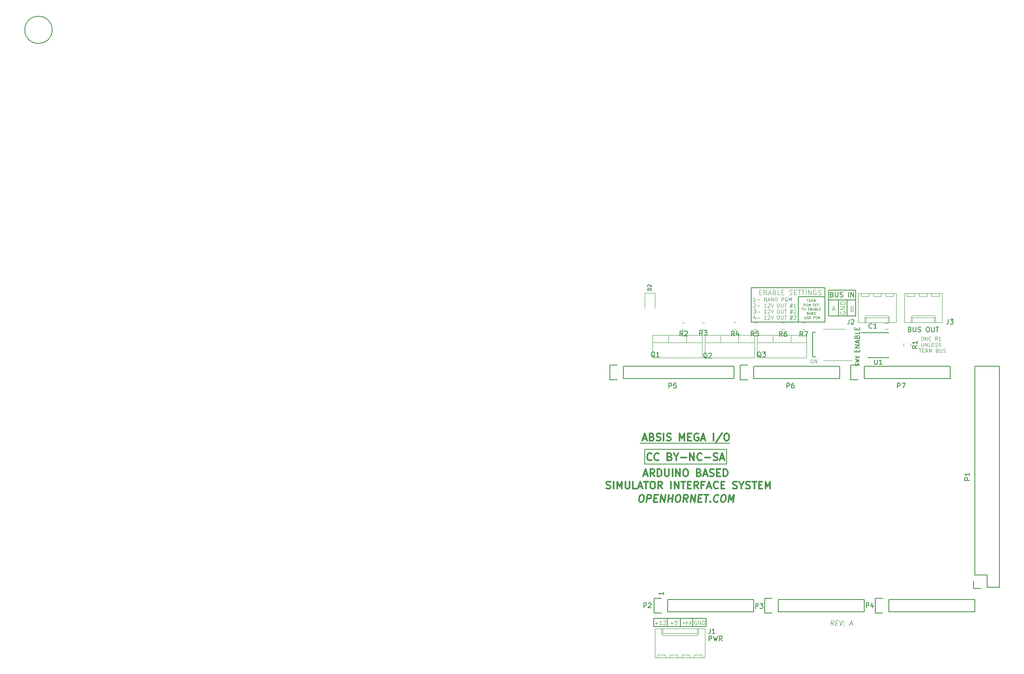
<source format=gto>
G04 #@! TF.GenerationSoftware,KiCad,Pcbnew,(5.0.0)*
G04 #@! TF.CreationDate,2018-10-06T14:26:38-07:00*
G04 #@! TF.ProjectId,MEGA IO,4D45474120494F2E6B696361645F7063,-*
G04 #@! TF.SameCoordinates,Original*
G04 #@! TF.FileFunction,Legend,Top*
G04 #@! TF.FilePolarity,Positive*
%FSLAX46Y46*%
G04 Gerber Fmt 4.6, Leading zero omitted, Abs format (unit mm)*
G04 Created by KiCad (PCBNEW (5.0.0)) date 10/06/18 14:26:38*
%MOMM*%
%LPD*%
G01*
G04 APERTURE LIST*
%ADD10C,0.125000*%
%ADD11C,0.150000*%
%ADD12C,0.300000*%
%ADD13C,0.110000*%
%ADD14C,0.120000*%
G04 APERTURE END LIST*
D10*
X164297398Y-123185180D02*
X164023588Y-122708990D01*
X163725969Y-123185180D02*
X163850969Y-122185180D01*
X164231922Y-122185180D01*
X164321208Y-122232800D01*
X164362874Y-122280419D01*
X164398588Y-122375657D01*
X164380731Y-122518514D01*
X164321208Y-122613752D01*
X164267636Y-122661371D01*
X164166446Y-122708990D01*
X163785493Y-122708990D01*
X164791446Y-122661371D02*
X165124779Y-122661371D01*
X165202160Y-123185180D02*
X164725969Y-123185180D01*
X164850969Y-122185180D01*
X165327160Y-122185180D01*
X165612874Y-122185180D02*
X165821208Y-123185180D01*
X166279541Y-122185180D01*
X166499779Y-123089942D02*
X166541446Y-123137561D01*
X166487874Y-123185180D01*
X166446208Y-123137561D01*
X166499779Y-123089942D01*
X166487874Y-123185180D01*
X166565255Y-122566133D02*
X166606922Y-122613752D01*
X166553350Y-122661371D01*
X166511684Y-122613752D01*
X166565255Y-122566133D01*
X166553350Y-122661371D01*
X167714065Y-122899466D02*
X168190255Y-122899466D01*
X167583112Y-123185180D02*
X168041446Y-122185180D01*
X168249779Y-123185180D01*
D11*
X157099000Y-55245000D02*
X157099000Y-60452000D01*
X162560000Y-55245000D02*
X157099000Y-55245000D01*
D10*
X148987666Y-54284571D02*
X149321000Y-54284571D01*
X149463857Y-54808380D02*
X148987666Y-54808380D01*
X148987666Y-53808380D01*
X149463857Y-53808380D01*
X149892428Y-54808380D02*
X149892428Y-53808380D01*
X150463857Y-54808380D01*
X150463857Y-53808380D01*
X150892428Y-54522666D02*
X151368619Y-54522666D01*
X150797190Y-54808380D02*
X151130523Y-53808380D01*
X151463857Y-54808380D01*
X152130523Y-54284571D02*
X152273380Y-54332190D01*
X152321000Y-54379809D01*
X152368619Y-54475047D01*
X152368619Y-54617904D01*
X152321000Y-54713142D01*
X152273380Y-54760761D01*
X152178142Y-54808380D01*
X151797190Y-54808380D01*
X151797190Y-53808380D01*
X152130523Y-53808380D01*
X152225761Y-53856000D01*
X152273380Y-53903619D01*
X152321000Y-53998857D01*
X152321000Y-54094095D01*
X152273380Y-54189333D01*
X152225761Y-54236952D01*
X152130523Y-54284571D01*
X151797190Y-54284571D01*
X153273380Y-54808380D02*
X152797190Y-54808380D01*
X152797190Y-53808380D01*
X153606714Y-54284571D02*
X153940047Y-54284571D01*
X154082904Y-54808380D02*
X153606714Y-54808380D01*
X153606714Y-53808380D01*
X154082904Y-53808380D01*
X155225761Y-54760761D02*
X155368619Y-54808380D01*
X155606714Y-54808380D01*
X155701952Y-54760761D01*
X155749571Y-54713142D01*
X155797190Y-54617904D01*
X155797190Y-54522666D01*
X155749571Y-54427428D01*
X155701952Y-54379809D01*
X155606714Y-54332190D01*
X155416238Y-54284571D01*
X155321000Y-54236952D01*
X155273380Y-54189333D01*
X155225761Y-54094095D01*
X155225761Y-53998857D01*
X155273380Y-53903619D01*
X155321000Y-53856000D01*
X155416238Y-53808380D01*
X155654333Y-53808380D01*
X155797190Y-53856000D01*
X156225761Y-54284571D02*
X156559095Y-54284571D01*
X156701952Y-54808380D02*
X156225761Y-54808380D01*
X156225761Y-53808380D01*
X156701952Y-53808380D01*
X156987666Y-53808380D02*
X157559095Y-53808380D01*
X157273380Y-54808380D02*
X157273380Y-53808380D01*
X157749571Y-53808380D02*
X158321000Y-53808380D01*
X158035285Y-54808380D02*
X158035285Y-53808380D01*
X158654333Y-54808380D02*
X158654333Y-53808380D01*
X159130523Y-54808380D02*
X159130523Y-53808380D01*
X159701952Y-54808380D01*
X159701952Y-53808380D01*
X160701952Y-53856000D02*
X160606714Y-53808380D01*
X160463857Y-53808380D01*
X160321000Y-53856000D01*
X160225761Y-53951238D01*
X160178142Y-54046476D01*
X160130523Y-54236952D01*
X160130523Y-54379809D01*
X160178142Y-54570285D01*
X160225761Y-54665523D01*
X160321000Y-54760761D01*
X160463857Y-54808380D01*
X160559095Y-54808380D01*
X160701952Y-54760761D01*
X160749571Y-54713142D01*
X160749571Y-54379809D01*
X160559095Y-54379809D01*
X161130523Y-54760761D02*
X161273380Y-54808380D01*
X161511476Y-54808380D01*
X161606714Y-54760761D01*
X161654333Y-54713142D01*
X161701952Y-54617904D01*
X161701952Y-54522666D01*
X161654333Y-54427428D01*
X161606714Y-54379809D01*
X161511476Y-54332190D01*
X161321000Y-54284571D01*
X161225761Y-54236952D01*
X161178142Y-54189333D01*
X161130523Y-54094095D01*
X161130523Y-53998857D01*
X161178142Y-53903619D01*
X161225761Y-53856000D01*
X161321000Y-53808380D01*
X161559095Y-53808380D01*
X161701952Y-53856000D01*
D12*
X124602942Y-96206571D02*
X124888657Y-96206571D01*
X125022585Y-96278000D01*
X125147585Y-96420857D01*
X125183300Y-96706571D01*
X125120800Y-97206571D01*
X125013657Y-97492285D01*
X124852942Y-97635142D01*
X124701157Y-97706571D01*
X124415442Y-97706571D01*
X124281514Y-97635142D01*
X124156514Y-97492285D01*
X124120800Y-97206571D01*
X124183300Y-96706571D01*
X124290442Y-96420857D01*
X124451157Y-96278000D01*
X124602942Y-96206571D01*
X125701157Y-97706571D02*
X125888657Y-96206571D01*
X126460085Y-96206571D01*
X126594014Y-96278000D01*
X126656514Y-96349428D01*
X126710085Y-96492285D01*
X126683300Y-96706571D01*
X126594014Y-96849428D01*
X126513657Y-96920857D01*
X126361871Y-96992285D01*
X125790442Y-96992285D01*
X127299371Y-96920857D02*
X127799371Y-96920857D01*
X127915442Y-97706571D02*
X127201157Y-97706571D01*
X127388657Y-96206571D01*
X128102942Y-96206571D01*
X128558300Y-97706571D02*
X128745800Y-96206571D01*
X129415442Y-97706571D01*
X129602942Y-96206571D01*
X130129728Y-97706571D02*
X130317228Y-96206571D01*
X130227942Y-96920857D02*
X131085085Y-96920857D01*
X130986871Y-97706571D02*
X131174371Y-96206571D01*
X132174371Y-96206571D02*
X132460085Y-96206571D01*
X132594014Y-96278000D01*
X132719014Y-96420857D01*
X132754728Y-96706571D01*
X132692228Y-97206571D01*
X132585085Y-97492285D01*
X132424371Y-97635142D01*
X132272585Y-97706571D01*
X131986871Y-97706571D01*
X131852942Y-97635142D01*
X131727942Y-97492285D01*
X131692228Y-97206571D01*
X131754728Y-96706571D01*
X131861871Y-96420857D01*
X132022585Y-96278000D01*
X132174371Y-96206571D01*
X134129728Y-97706571D02*
X133719014Y-96992285D01*
X133272585Y-97706571D02*
X133460085Y-96206571D01*
X134031514Y-96206571D01*
X134165442Y-96278000D01*
X134227942Y-96349428D01*
X134281514Y-96492285D01*
X134254728Y-96706571D01*
X134165442Y-96849428D01*
X134085085Y-96920857D01*
X133933300Y-96992285D01*
X133361871Y-96992285D01*
X134772585Y-97706571D02*
X134960085Y-96206571D01*
X135629728Y-97706571D01*
X135817228Y-96206571D01*
X136442228Y-96920857D02*
X136942228Y-96920857D01*
X137058300Y-97706571D02*
X136344014Y-97706571D01*
X136531514Y-96206571D01*
X137245800Y-96206571D01*
X137674371Y-96206571D02*
X138531514Y-96206571D01*
X137915442Y-97706571D02*
X138102942Y-96206571D01*
X138861871Y-97563714D02*
X138924371Y-97635142D01*
X138844014Y-97706571D01*
X138781514Y-97635142D01*
X138861871Y-97563714D01*
X138844014Y-97706571D01*
X140433300Y-97563714D02*
X140352942Y-97635142D01*
X140129728Y-97706571D01*
X139986871Y-97706571D01*
X139781514Y-97635142D01*
X139656514Y-97492285D01*
X139602942Y-97349428D01*
X139567228Y-97063714D01*
X139594014Y-96849428D01*
X139701157Y-96563714D01*
X139790442Y-96420857D01*
X139951157Y-96278000D01*
X140174371Y-96206571D01*
X140317228Y-96206571D01*
X140522585Y-96278000D01*
X140585085Y-96349428D01*
X141531514Y-96206571D02*
X141817228Y-96206571D01*
X141951157Y-96278000D01*
X142076157Y-96420857D01*
X142111871Y-96706571D01*
X142049371Y-97206571D01*
X141942228Y-97492285D01*
X141781514Y-97635142D01*
X141629728Y-97706571D01*
X141344014Y-97706571D01*
X141210085Y-97635142D01*
X141085085Y-97492285D01*
X141049371Y-97206571D01*
X141111871Y-96706571D01*
X141219014Y-96420857D01*
X141379728Y-96278000D01*
X141531514Y-96206571D01*
X142629728Y-97706571D02*
X142817228Y-96206571D01*
X143183300Y-97278000D01*
X143817228Y-96206571D01*
X143629728Y-97706571D01*
D10*
X182517142Y-64240285D02*
X182517142Y-63490285D01*
X182695714Y-63490285D01*
X182802857Y-63526000D01*
X182874285Y-63597428D01*
X182910000Y-63668857D01*
X182945714Y-63811714D01*
X182945714Y-63918857D01*
X182910000Y-64061714D01*
X182874285Y-64133142D01*
X182802857Y-64204571D01*
X182695714Y-64240285D01*
X182517142Y-64240285D01*
X183267142Y-64240285D02*
X183267142Y-63490285D01*
X183695714Y-64240285D01*
X183695714Y-63490285D01*
X184481428Y-64168857D02*
X184445714Y-64204571D01*
X184338571Y-64240285D01*
X184267142Y-64240285D01*
X184160000Y-64204571D01*
X184088571Y-64133142D01*
X184052857Y-64061714D01*
X184017142Y-63918857D01*
X184017142Y-63811714D01*
X184052857Y-63668857D01*
X184088571Y-63597428D01*
X184160000Y-63526000D01*
X184267142Y-63490285D01*
X184338571Y-63490285D01*
X184445714Y-63526000D01*
X184481428Y-63561714D01*
X185802857Y-64240285D02*
X185552857Y-63883142D01*
X185374285Y-64240285D02*
X185374285Y-63490285D01*
X185660000Y-63490285D01*
X185731428Y-63526000D01*
X185767142Y-63561714D01*
X185802857Y-63633142D01*
X185802857Y-63740285D01*
X185767142Y-63811714D01*
X185731428Y-63847428D01*
X185660000Y-63883142D01*
X185374285Y-63883142D01*
X186517142Y-64240285D02*
X186088571Y-64240285D01*
X186302857Y-64240285D02*
X186302857Y-63490285D01*
X186231428Y-63597428D01*
X186160000Y-63668857D01*
X186088571Y-63704571D01*
X182535000Y-64740285D02*
X182535000Y-65347428D01*
X182570714Y-65418857D01*
X182606428Y-65454571D01*
X182677857Y-65490285D01*
X182820714Y-65490285D01*
X182892142Y-65454571D01*
X182927857Y-65418857D01*
X182963571Y-65347428D01*
X182963571Y-64740285D01*
X183320714Y-65490285D02*
X183320714Y-64740285D01*
X183749285Y-65490285D01*
X183749285Y-64740285D01*
X184463571Y-65490285D02*
X184106428Y-65490285D01*
X184106428Y-64740285D01*
X184713571Y-65097428D02*
X184963571Y-65097428D01*
X185070714Y-65490285D02*
X184713571Y-65490285D01*
X184713571Y-64740285D01*
X185070714Y-64740285D01*
X185356428Y-65454571D02*
X185463571Y-65490285D01*
X185642142Y-65490285D01*
X185713571Y-65454571D01*
X185749285Y-65418857D01*
X185785000Y-65347428D01*
X185785000Y-65276000D01*
X185749285Y-65204571D01*
X185713571Y-65168857D01*
X185642142Y-65133142D01*
X185499285Y-65097428D01*
X185427857Y-65061714D01*
X185392142Y-65026000D01*
X185356428Y-64954571D01*
X185356428Y-64883142D01*
X185392142Y-64811714D01*
X185427857Y-64776000D01*
X185499285Y-64740285D01*
X185677857Y-64740285D01*
X185785000Y-64776000D01*
X186070714Y-65454571D02*
X186177857Y-65490285D01*
X186356428Y-65490285D01*
X186427857Y-65454571D01*
X186463571Y-65418857D01*
X186499285Y-65347428D01*
X186499285Y-65276000D01*
X186463571Y-65204571D01*
X186427857Y-65168857D01*
X186356428Y-65133142D01*
X186213571Y-65097428D01*
X186142142Y-65061714D01*
X186106428Y-65026000D01*
X186070714Y-64954571D01*
X186070714Y-64883142D01*
X186106428Y-64811714D01*
X186142142Y-64776000D01*
X186213571Y-64740285D01*
X186392142Y-64740285D01*
X186499285Y-64776000D01*
X182017142Y-65990285D02*
X182445714Y-65990285D01*
X182231428Y-66740285D02*
X182231428Y-65990285D01*
X182695714Y-66347428D02*
X182945714Y-66347428D01*
X183052857Y-66740285D02*
X182695714Y-66740285D01*
X182695714Y-65990285D01*
X183052857Y-65990285D01*
X183802857Y-66740285D02*
X183552857Y-66383142D01*
X183374285Y-66740285D02*
X183374285Y-65990285D01*
X183660000Y-65990285D01*
X183731428Y-66026000D01*
X183767142Y-66061714D01*
X183802857Y-66133142D01*
X183802857Y-66240285D01*
X183767142Y-66311714D01*
X183731428Y-66347428D01*
X183660000Y-66383142D01*
X183374285Y-66383142D01*
X184124285Y-66740285D02*
X184124285Y-65990285D01*
X184374285Y-66526000D01*
X184624285Y-65990285D01*
X184624285Y-66740285D01*
X185802857Y-66347428D02*
X185910000Y-66383142D01*
X185945714Y-66418857D01*
X185981428Y-66490285D01*
X185981428Y-66597428D01*
X185945714Y-66668857D01*
X185910000Y-66704571D01*
X185838571Y-66740285D01*
X185552857Y-66740285D01*
X185552857Y-65990285D01*
X185802857Y-65990285D01*
X185874285Y-66026000D01*
X185910000Y-66061714D01*
X185945714Y-66133142D01*
X185945714Y-66204571D01*
X185910000Y-66276000D01*
X185874285Y-66311714D01*
X185802857Y-66347428D01*
X185552857Y-66347428D01*
X186302857Y-65990285D02*
X186302857Y-66597428D01*
X186338571Y-66668857D01*
X186374285Y-66704571D01*
X186445714Y-66740285D01*
X186588571Y-66740285D01*
X186660000Y-66704571D01*
X186695714Y-66668857D01*
X186731428Y-66597428D01*
X186731428Y-65990285D01*
X187052857Y-66704571D02*
X187160000Y-66740285D01*
X187338571Y-66740285D01*
X187410000Y-66704571D01*
X187445714Y-66668857D01*
X187481428Y-66597428D01*
X187481428Y-66526000D01*
X187445714Y-66454571D01*
X187410000Y-66418857D01*
X187338571Y-66383142D01*
X187195714Y-66347428D01*
X187124285Y-66311714D01*
X187088571Y-66276000D01*
X187052857Y-66204571D01*
X187052857Y-66133142D01*
X187088571Y-66061714D01*
X187124285Y-66026000D01*
X187195714Y-65990285D01*
X187374285Y-65990285D01*
X187481428Y-66026000D01*
D11*
X165354000Y-55880000D02*
X165354000Y-59182000D01*
X167132000Y-55880000D02*
X167132000Y-59182000D01*
X168910000Y-59182000D02*
X168910000Y-55880000D01*
X163322000Y-59182000D02*
X168910000Y-59182000D01*
X163322000Y-55880000D02*
X163322000Y-59182000D01*
X163322000Y-55880000D02*
X163322000Y-53848000D01*
X168910000Y-55880000D02*
X163322000Y-55880000D01*
X168910000Y-53848000D02*
X168910000Y-55880000D01*
X163322000Y-53848000D02*
X168910000Y-53848000D01*
D10*
X165743000Y-58292904D02*
X165695380Y-58388142D01*
X165695380Y-58531000D01*
X165743000Y-58673857D01*
X165838238Y-58769095D01*
X165933476Y-58816714D01*
X166123952Y-58864333D01*
X166266809Y-58864333D01*
X166457285Y-58816714D01*
X166552523Y-58769095D01*
X166647761Y-58673857D01*
X166695380Y-58531000D01*
X166695380Y-58435761D01*
X166647761Y-58292904D01*
X166600142Y-58245285D01*
X166266809Y-58245285D01*
X166266809Y-58435761D01*
X166695380Y-57816714D02*
X165695380Y-57816714D01*
X166695380Y-57245285D01*
X165695380Y-57245285D01*
X166695380Y-56769095D02*
X165695380Y-56769095D01*
X165695380Y-56531000D01*
X165743000Y-56388142D01*
X165838238Y-56292904D01*
X165933476Y-56245285D01*
X166123952Y-56197666D01*
X166266809Y-56197666D01*
X166457285Y-56245285D01*
X166552523Y-56292904D01*
X166647761Y-56388142D01*
X166695380Y-56531000D01*
X166695380Y-56769095D01*
X168219428Y-57713571D02*
X168362285Y-57761190D01*
X168409904Y-57808809D01*
X168457523Y-57904047D01*
X168457523Y-58046904D01*
X168409904Y-58142142D01*
X168362285Y-58189761D01*
X168267047Y-58237380D01*
X167886095Y-58237380D01*
X167886095Y-57237380D01*
X168219428Y-57237380D01*
X168314666Y-57285000D01*
X168362285Y-57332619D01*
X168409904Y-57427857D01*
X168409904Y-57523095D01*
X168362285Y-57618333D01*
X168314666Y-57665952D01*
X168219428Y-57713571D01*
X167886095Y-57713571D01*
D11*
X147320000Y-60452000D02*
X147320000Y-53340000D01*
X162560000Y-60452000D02*
X147320000Y-60452000D01*
X162560000Y-53340000D02*
X162560000Y-60452000D01*
X147320000Y-53340000D02*
X162560000Y-53340000D01*
D10*
X164099904Y-57824666D02*
X164576095Y-57824666D01*
X164004666Y-58110380D02*
X164338000Y-57110380D01*
X164671333Y-58110380D01*
X158785857Y-55761190D02*
X159071571Y-55761190D01*
X158928714Y-56261190D02*
X158928714Y-55761190D01*
X159238238Y-55761190D02*
X159238238Y-56165952D01*
X159262047Y-56213571D01*
X159285857Y-56237380D01*
X159333476Y-56261190D01*
X159428714Y-56261190D01*
X159476333Y-56237380D01*
X159500142Y-56213571D01*
X159523952Y-56165952D01*
X159523952Y-55761190D01*
X160047761Y-56261190D02*
X159881095Y-56023095D01*
X159762047Y-56261190D02*
X159762047Y-55761190D01*
X159952523Y-55761190D01*
X160000142Y-55785000D01*
X160023952Y-55808809D01*
X160047761Y-55856428D01*
X160047761Y-55927857D01*
X160023952Y-55975476D01*
X160000142Y-55999285D01*
X159952523Y-56023095D01*
X159762047Y-56023095D01*
X160262047Y-56261190D02*
X160262047Y-55761190D01*
X160547761Y-56261190D01*
X160547761Y-55761190D01*
X158154904Y-57136190D02*
X158154904Y-56636190D01*
X158345380Y-56636190D01*
X158393000Y-56660000D01*
X158416809Y-56683809D01*
X158440619Y-56731428D01*
X158440619Y-56802857D01*
X158416809Y-56850476D01*
X158393000Y-56874285D01*
X158345380Y-56898095D01*
X158154904Y-56898095D01*
X158916809Y-56660000D02*
X158869190Y-56636190D01*
X158797761Y-56636190D01*
X158726333Y-56660000D01*
X158678714Y-56707619D01*
X158654904Y-56755238D01*
X158631095Y-56850476D01*
X158631095Y-56921904D01*
X158654904Y-57017142D01*
X158678714Y-57064761D01*
X158726333Y-57112380D01*
X158797761Y-57136190D01*
X158845380Y-57136190D01*
X158916809Y-57112380D01*
X158940619Y-57088571D01*
X158940619Y-56921904D01*
X158845380Y-56921904D01*
X159154904Y-57136190D02*
X159154904Y-56636190D01*
X159321571Y-56993333D01*
X159488238Y-56636190D01*
X159488238Y-57136190D01*
X160202523Y-56636190D02*
X160297761Y-56636190D01*
X160345380Y-56660000D01*
X160393000Y-56707619D01*
X160416809Y-56802857D01*
X160416809Y-56969523D01*
X160393000Y-57064761D01*
X160345380Y-57112380D01*
X160297761Y-57136190D01*
X160202523Y-57136190D01*
X160154904Y-57112380D01*
X160107285Y-57064761D01*
X160083476Y-56969523D01*
X160083476Y-56802857D01*
X160107285Y-56707619D01*
X160154904Y-56660000D01*
X160202523Y-56636190D01*
X160797761Y-56874285D02*
X160631095Y-56874285D01*
X160631095Y-57136190D02*
X160631095Y-56636190D01*
X160869190Y-56636190D01*
X161226333Y-56874285D02*
X161059666Y-56874285D01*
X161059666Y-57136190D02*
X161059666Y-56636190D01*
X161297761Y-56636190D01*
X157726333Y-57511190D02*
X158012047Y-57511190D01*
X157869190Y-58011190D02*
X157869190Y-57511190D01*
X158273952Y-57511190D02*
X158369190Y-57511190D01*
X158416809Y-57535000D01*
X158464428Y-57582619D01*
X158488238Y-57677857D01*
X158488238Y-57844523D01*
X158464428Y-57939761D01*
X158416809Y-57987380D01*
X158369190Y-58011190D01*
X158273952Y-58011190D01*
X158226333Y-57987380D01*
X158178714Y-57939761D01*
X158154904Y-57844523D01*
X158154904Y-57677857D01*
X158178714Y-57582619D01*
X158226333Y-57535000D01*
X158273952Y-57511190D01*
X159083476Y-57749285D02*
X159250142Y-57749285D01*
X159321571Y-58011190D02*
X159083476Y-58011190D01*
X159083476Y-57511190D01*
X159321571Y-57511190D01*
X159535857Y-58011190D02*
X159535857Y-57511190D01*
X159821571Y-58011190D01*
X159821571Y-57511190D01*
X160035857Y-57868333D02*
X160273952Y-57868333D01*
X159988238Y-58011190D02*
X160154904Y-57511190D01*
X160321571Y-58011190D01*
X160654904Y-57749285D02*
X160726333Y-57773095D01*
X160750142Y-57796904D01*
X160773952Y-57844523D01*
X160773952Y-57915952D01*
X160750142Y-57963571D01*
X160726333Y-57987380D01*
X160678714Y-58011190D01*
X160488238Y-58011190D01*
X160488238Y-57511190D01*
X160654904Y-57511190D01*
X160702523Y-57535000D01*
X160726333Y-57558809D01*
X160750142Y-57606428D01*
X160750142Y-57654047D01*
X160726333Y-57701666D01*
X160702523Y-57725476D01*
X160654904Y-57749285D01*
X160488238Y-57749285D01*
X161226333Y-58011190D02*
X160988238Y-58011190D01*
X160988238Y-57511190D01*
X161393000Y-57749285D02*
X161559666Y-57749285D01*
X161631095Y-58011190D02*
X161393000Y-58011190D01*
X161393000Y-57511190D01*
X161631095Y-57511190D01*
X158821571Y-58886190D02*
X158821571Y-58386190D01*
X159107285Y-58886190D01*
X159107285Y-58386190D01*
X159321571Y-58743333D02*
X159559666Y-58743333D01*
X159273952Y-58886190D02*
X159440619Y-58386190D01*
X159607285Y-58886190D01*
X159773952Y-58886190D02*
X159773952Y-58386190D01*
X160059666Y-58886190D01*
X160059666Y-58386190D01*
X160393000Y-58386190D02*
X160488238Y-58386190D01*
X160535857Y-58410000D01*
X160583476Y-58457619D01*
X160607285Y-58552857D01*
X160607285Y-58719523D01*
X160583476Y-58814761D01*
X160535857Y-58862380D01*
X160488238Y-58886190D01*
X160393000Y-58886190D01*
X160345380Y-58862380D01*
X160297761Y-58814761D01*
X160273952Y-58719523D01*
X160273952Y-58552857D01*
X160297761Y-58457619D01*
X160345380Y-58410000D01*
X160393000Y-58386190D01*
X158285857Y-59261190D02*
X158285857Y-59665952D01*
X158309666Y-59713571D01*
X158333476Y-59737380D01*
X158381095Y-59761190D01*
X158476333Y-59761190D01*
X158523952Y-59737380D01*
X158547761Y-59713571D01*
X158571571Y-59665952D01*
X158571571Y-59261190D01*
X158785857Y-59737380D02*
X158857285Y-59761190D01*
X158976333Y-59761190D01*
X159023952Y-59737380D01*
X159047761Y-59713571D01*
X159071571Y-59665952D01*
X159071571Y-59618333D01*
X159047761Y-59570714D01*
X159023952Y-59546904D01*
X158976333Y-59523095D01*
X158881095Y-59499285D01*
X158833476Y-59475476D01*
X158809666Y-59451666D01*
X158785857Y-59404047D01*
X158785857Y-59356428D01*
X158809666Y-59308809D01*
X158833476Y-59285000D01*
X158881095Y-59261190D01*
X159000142Y-59261190D01*
X159071571Y-59285000D01*
X159452523Y-59499285D02*
X159523952Y-59523095D01*
X159547761Y-59546904D01*
X159571571Y-59594523D01*
X159571571Y-59665952D01*
X159547761Y-59713571D01*
X159523952Y-59737380D01*
X159476333Y-59761190D01*
X159285857Y-59761190D01*
X159285857Y-59261190D01*
X159452523Y-59261190D01*
X159500142Y-59285000D01*
X159523952Y-59308809D01*
X159547761Y-59356428D01*
X159547761Y-59404047D01*
X159523952Y-59451666D01*
X159500142Y-59475476D01*
X159452523Y-59499285D01*
X159285857Y-59499285D01*
X160166809Y-59761190D02*
X160166809Y-59261190D01*
X160357285Y-59261190D01*
X160404904Y-59285000D01*
X160428714Y-59308809D01*
X160452523Y-59356428D01*
X160452523Y-59427857D01*
X160428714Y-59475476D01*
X160404904Y-59499285D01*
X160357285Y-59523095D01*
X160166809Y-59523095D01*
X160928714Y-59285000D02*
X160881095Y-59261190D01*
X160809666Y-59261190D01*
X160738238Y-59285000D01*
X160690619Y-59332619D01*
X160666809Y-59380238D01*
X160643000Y-59475476D01*
X160643000Y-59546904D01*
X160666809Y-59642142D01*
X160690619Y-59689761D01*
X160738238Y-59737380D01*
X160809666Y-59761190D01*
X160857285Y-59761190D01*
X160928714Y-59737380D01*
X160952523Y-59713571D01*
X160952523Y-59546904D01*
X160857285Y-59546904D01*
X161166809Y-59761190D02*
X161166809Y-59261190D01*
X161333476Y-59618333D01*
X161500142Y-59261190D01*
X161500142Y-59761190D01*
D11*
X160020000Y-67691000D02*
X160655000Y-67691000D01*
X160020000Y-62611000D02*
X160020000Y-67691000D01*
X160655000Y-62611000D02*
X160020000Y-62611000D01*
D10*
X159809714Y-68169285D02*
X159952571Y-68169285D01*
X160024000Y-68205000D01*
X160095428Y-68276428D01*
X160131142Y-68419285D01*
X160131142Y-68669285D01*
X160095428Y-68812142D01*
X160024000Y-68883571D01*
X159952571Y-68919285D01*
X159809714Y-68919285D01*
X159738285Y-68883571D01*
X159666857Y-68812142D01*
X159631142Y-68669285D01*
X159631142Y-68419285D01*
X159666857Y-68276428D01*
X159738285Y-68205000D01*
X159809714Y-68169285D01*
X160452571Y-68919285D02*
X160452571Y-68169285D01*
X160881142Y-68919285D01*
X160881142Y-68169285D01*
X148226678Y-56122285D02*
X147798107Y-56122285D01*
X148012392Y-56122285D02*
X148012392Y-55372285D01*
X147940964Y-55479428D01*
X147869535Y-55550857D01*
X147798107Y-55586571D01*
X148548107Y-55836571D02*
X149119535Y-55836571D01*
X150048107Y-56122285D02*
X150048107Y-55372285D01*
X150476678Y-56122285D01*
X150476678Y-55372285D01*
X150798107Y-55908000D02*
X151155250Y-55908000D01*
X150726678Y-56122285D02*
X150976678Y-55372285D01*
X151226678Y-56122285D01*
X151476678Y-56122285D02*
X151476678Y-55372285D01*
X151905250Y-56122285D01*
X151905250Y-55372285D01*
X152405250Y-55372285D02*
X152548107Y-55372285D01*
X152619535Y-55408000D01*
X152690964Y-55479428D01*
X152726678Y-55622285D01*
X152726678Y-55872285D01*
X152690964Y-56015142D01*
X152619535Y-56086571D01*
X152548107Y-56122285D01*
X152405250Y-56122285D01*
X152333821Y-56086571D01*
X152262392Y-56015142D01*
X152226678Y-55872285D01*
X152226678Y-55622285D01*
X152262392Y-55479428D01*
X152333821Y-55408000D01*
X152405250Y-55372285D01*
X153619535Y-56122285D02*
X153619535Y-55372285D01*
X153905250Y-55372285D01*
X153976678Y-55408000D01*
X154012392Y-55443714D01*
X154048107Y-55515142D01*
X154048107Y-55622285D01*
X154012392Y-55693714D01*
X153976678Y-55729428D01*
X153905250Y-55765142D01*
X153619535Y-55765142D01*
X154762392Y-55408000D02*
X154690964Y-55372285D01*
X154583821Y-55372285D01*
X154476678Y-55408000D01*
X154405250Y-55479428D01*
X154369535Y-55550857D01*
X154333821Y-55693714D01*
X154333821Y-55800857D01*
X154369535Y-55943714D01*
X154405250Y-56015142D01*
X154476678Y-56086571D01*
X154583821Y-56122285D01*
X154655250Y-56122285D01*
X154762392Y-56086571D01*
X154798107Y-56050857D01*
X154798107Y-55800857D01*
X154655250Y-55800857D01*
X155119535Y-56122285D02*
X155119535Y-55372285D01*
X155369535Y-55908000D01*
X155619535Y-55372285D01*
X155619535Y-56122285D01*
X147798107Y-56693714D02*
X147833821Y-56658000D01*
X147905250Y-56622285D01*
X148083821Y-56622285D01*
X148155250Y-56658000D01*
X148190964Y-56693714D01*
X148226678Y-56765142D01*
X148226678Y-56836571D01*
X148190964Y-56943714D01*
X147762392Y-57372285D01*
X148226678Y-57372285D01*
X148548107Y-57086571D02*
X149119535Y-57086571D01*
X150440964Y-57372285D02*
X150012392Y-57372285D01*
X150226678Y-57372285D02*
X150226678Y-56622285D01*
X150155250Y-56729428D01*
X150083821Y-56800857D01*
X150012392Y-56836571D01*
X150726678Y-56693714D02*
X150762392Y-56658000D01*
X150833821Y-56622285D01*
X151012392Y-56622285D01*
X151083821Y-56658000D01*
X151119535Y-56693714D01*
X151155250Y-56765142D01*
X151155250Y-56836571D01*
X151119535Y-56943714D01*
X150690964Y-57372285D01*
X151155250Y-57372285D01*
X151369535Y-56622285D02*
X151619535Y-57372285D01*
X151869535Y-56622285D01*
X152833821Y-56622285D02*
X152976678Y-56622285D01*
X153048107Y-56658000D01*
X153119535Y-56729428D01*
X153155250Y-56872285D01*
X153155250Y-57122285D01*
X153119535Y-57265142D01*
X153048107Y-57336571D01*
X152976678Y-57372285D01*
X152833821Y-57372285D01*
X152762392Y-57336571D01*
X152690964Y-57265142D01*
X152655250Y-57122285D01*
X152655250Y-56872285D01*
X152690964Y-56729428D01*
X152762392Y-56658000D01*
X152833821Y-56622285D01*
X153476678Y-56622285D02*
X153476678Y-57229428D01*
X153512392Y-57300857D01*
X153548107Y-57336571D01*
X153619535Y-57372285D01*
X153762392Y-57372285D01*
X153833821Y-57336571D01*
X153869535Y-57300857D01*
X153905250Y-57229428D01*
X153905250Y-56622285D01*
X154155250Y-56622285D02*
X154583821Y-56622285D01*
X154369535Y-57372285D02*
X154369535Y-56622285D01*
X155369535Y-56872285D02*
X155905250Y-56872285D01*
X155583821Y-56550857D02*
X155369535Y-57515142D01*
X155833821Y-57193714D02*
X155298107Y-57193714D01*
X155619535Y-57515142D02*
X155833821Y-56550857D01*
X156548107Y-57372285D02*
X156119535Y-57372285D01*
X156333821Y-57372285D02*
X156333821Y-56622285D01*
X156262392Y-56729428D01*
X156190964Y-56800857D01*
X156119535Y-56836571D01*
X147762392Y-57872285D02*
X148226678Y-57872285D01*
X147976678Y-58158000D01*
X148083821Y-58158000D01*
X148155250Y-58193714D01*
X148190964Y-58229428D01*
X148226678Y-58300857D01*
X148226678Y-58479428D01*
X148190964Y-58550857D01*
X148155250Y-58586571D01*
X148083821Y-58622285D01*
X147869535Y-58622285D01*
X147798107Y-58586571D01*
X147762392Y-58550857D01*
X148548107Y-58336571D02*
X149119535Y-58336571D01*
X150440964Y-58622285D02*
X150012392Y-58622285D01*
X150226678Y-58622285D02*
X150226678Y-57872285D01*
X150155250Y-57979428D01*
X150083821Y-58050857D01*
X150012392Y-58086571D01*
X150726678Y-57943714D02*
X150762392Y-57908000D01*
X150833821Y-57872285D01*
X151012392Y-57872285D01*
X151083821Y-57908000D01*
X151119535Y-57943714D01*
X151155250Y-58015142D01*
X151155250Y-58086571D01*
X151119535Y-58193714D01*
X150690964Y-58622285D01*
X151155250Y-58622285D01*
X151369535Y-57872285D02*
X151619535Y-58622285D01*
X151869535Y-57872285D01*
X152833821Y-57872285D02*
X152976678Y-57872285D01*
X153048107Y-57908000D01*
X153119535Y-57979428D01*
X153155250Y-58122285D01*
X153155250Y-58372285D01*
X153119535Y-58515142D01*
X153048107Y-58586571D01*
X152976678Y-58622285D01*
X152833821Y-58622285D01*
X152762392Y-58586571D01*
X152690964Y-58515142D01*
X152655250Y-58372285D01*
X152655250Y-58122285D01*
X152690964Y-57979428D01*
X152762392Y-57908000D01*
X152833821Y-57872285D01*
X153476678Y-57872285D02*
X153476678Y-58479428D01*
X153512392Y-58550857D01*
X153548107Y-58586571D01*
X153619535Y-58622285D01*
X153762392Y-58622285D01*
X153833821Y-58586571D01*
X153869535Y-58550857D01*
X153905250Y-58479428D01*
X153905250Y-57872285D01*
X154155250Y-57872285D02*
X154583821Y-57872285D01*
X154369535Y-58622285D02*
X154369535Y-57872285D01*
X155369535Y-58122285D02*
X155905250Y-58122285D01*
X155583821Y-57800857D02*
X155369535Y-58765142D01*
X155833821Y-58443714D02*
X155298107Y-58443714D01*
X155619535Y-58765142D02*
X155833821Y-57800857D01*
X156119535Y-57943714D02*
X156155250Y-57908000D01*
X156226678Y-57872285D01*
X156405250Y-57872285D01*
X156476678Y-57908000D01*
X156512392Y-57943714D01*
X156548107Y-58015142D01*
X156548107Y-58086571D01*
X156512392Y-58193714D01*
X156083821Y-58622285D01*
X156548107Y-58622285D01*
X148155250Y-59372285D02*
X148155250Y-59872285D01*
X147976678Y-59086571D02*
X147798107Y-59622285D01*
X148262392Y-59622285D01*
X148548107Y-59586571D02*
X149119535Y-59586571D01*
X150440964Y-59872285D02*
X150012392Y-59872285D01*
X150226678Y-59872285D02*
X150226678Y-59122285D01*
X150155250Y-59229428D01*
X150083821Y-59300857D01*
X150012392Y-59336571D01*
X150726678Y-59193714D02*
X150762392Y-59158000D01*
X150833821Y-59122285D01*
X151012392Y-59122285D01*
X151083821Y-59158000D01*
X151119535Y-59193714D01*
X151155250Y-59265142D01*
X151155250Y-59336571D01*
X151119535Y-59443714D01*
X150690964Y-59872285D01*
X151155250Y-59872285D01*
X151369535Y-59122285D02*
X151619535Y-59872285D01*
X151869535Y-59122285D01*
X152833821Y-59122285D02*
X152976678Y-59122285D01*
X153048107Y-59158000D01*
X153119535Y-59229428D01*
X153155250Y-59372285D01*
X153155250Y-59622285D01*
X153119535Y-59765142D01*
X153048107Y-59836571D01*
X152976678Y-59872285D01*
X152833821Y-59872285D01*
X152762392Y-59836571D01*
X152690964Y-59765142D01*
X152655250Y-59622285D01*
X152655250Y-59372285D01*
X152690964Y-59229428D01*
X152762392Y-59158000D01*
X152833821Y-59122285D01*
X153476678Y-59122285D02*
X153476678Y-59729428D01*
X153512392Y-59800857D01*
X153548107Y-59836571D01*
X153619535Y-59872285D01*
X153762392Y-59872285D01*
X153833821Y-59836571D01*
X153869535Y-59800857D01*
X153905250Y-59729428D01*
X153905250Y-59122285D01*
X154155250Y-59122285D02*
X154583821Y-59122285D01*
X154369535Y-59872285D02*
X154369535Y-59122285D01*
X155369535Y-59372285D02*
X155905250Y-59372285D01*
X155583821Y-59050857D02*
X155369535Y-60015142D01*
X155833821Y-59693714D02*
X155298107Y-59693714D01*
X155619535Y-60015142D02*
X155833821Y-59050857D01*
X156083821Y-59122285D02*
X156548107Y-59122285D01*
X156298107Y-59408000D01*
X156405250Y-59408000D01*
X156476678Y-59443714D01*
X156512392Y-59479428D01*
X156548107Y-59550857D01*
X156548107Y-59729428D01*
X156512392Y-59800857D01*
X156476678Y-59836571D01*
X156405250Y-59872285D01*
X156190964Y-59872285D01*
X156119535Y-59836571D01*
X156083821Y-59800857D01*
D13*
X136042476Y-122282000D02*
X135966285Y-122243904D01*
X135852000Y-122243904D01*
X135737714Y-122282000D01*
X135661523Y-122358190D01*
X135623428Y-122434380D01*
X135585333Y-122586761D01*
X135585333Y-122701047D01*
X135623428Y-122853428D01*
X135661523Y-122929619D01*
X135737714Y-123005809D01*
X135852000Y-123043904D01*
X135928190Y-123043904D01*
X136042476Y-123005809D01*
X136080571Y-122967714D01*
X136080571Y-122701047D01*
X135928190Y-122701047D01*
X136423428Y-123043904D02*
X136423428Y-122243904D01*
X136880571Y-123043904D01*
X136880571Y-122243904D01*
X137261523Y-123043904D02*
X137261523Y-122243904D01*
X137452000Y-122243904D01*
X137566285Y-122282000D01*
X137642476Y-122358190D01*
X137680571Y-122434380D01*
X137718666Y-122586761D01*
X137718666Y-122701047D01*
X137680571Y-122853428D01*
X137642476Y-122929619D01*
X137566285Y-123005809D01*
X137452000Y-123043904D01*
X137261523Y-123043904D01*
D11*
X132683000Y-123444000D02*
X132683000Y-121793000D01*
X135223000Y-123444000D02*
X135223000Y-121793000D01*
D13*
X130632285Y-122739142D02*
X131241809Y-122739142D01*
X130937047Y-123043904D02*
X130937047Y-122434380D01*
X132003714Y-122243904D02*
X131622761Y-122243904D01*
X131584666Y-122624857D01*
X131622761Y-122586761D01*
X131698952Y-122548666D01*
X131889428Y-122548666D01*
X131965619Y-122586761D01*
X132003714Y-122624857D01*
X132041809Y-122701047D01*
X132041809Y-122891523D01*
X132003714Y-122967714D01*
X131965619Y-123005809D01*
X131889428Y-123043904D01*
X131698952Y-123043904D01*
X131622761Y-123005809D01*
X131584666Y-122967714D01*
D11*
X138017000Y-121793000D02*
X138017000Y-123444000D01*
D13*
X127457333Y-122739142D02*
X128066857Y-122739142D01*
X127762095Y-123043904D02*
X127762095Y-122434380D01*
X128866857Y-123043904D02*
X128409714Y-123043904D01*
X128638285Y-123043904D02*
X128638285Y-122243904D01*
X128562095Y-122358190D01*
X128485904Y-122434380D01*
X128409714Y-122472476D01*
X129171619Y-122320095D02*
X129209714Y-122282000D01*
X129285904Y-122243904D01*
X129476380Y-122243904D01*
X129552571Y-122282000D01*
X129590666Y-122320095D01*
X129628761Y-122396285D01*
X129628761Y-122472476D01*
X129590666Y-122586761D01*
X129133523Y-123043904D01*
X129628761Y-123043904D01*
D11*
X137890000Y-123444000D02*
X127222000Y-123444000D01*
X127222000Y-121793000D02*
X138017000Y-121793000D01*
D13*
X133199285Y-122717714D02*
X133580238Y-122717714D01*
X133389761Y-122908190D02*
X133389761Y-122527238D01*
X133770714Y-122408190D02*
X134080238Y-122408190D01*
X133913571Y-122598666D01*
X133985000Y-122598666D01*
X134032619Y-122622476D01*
X134056428Y-122646285D01*
X134080238Y-122693904D01*
X134080238Y-122812952D01*
X134056428Y-122860571D01*
X134032619Y-122884380D01*
X133985000Y-122908190D01*
X133842142Y-122908190D01*
X133794523Y-122884380D01*
X133770714Y-122860571D01*
X134294523Y-122860571D02*
X134318333Y-122884380D01*
X134294523Y-122908190D01*
X134270714Y-122884380D01*
X134294523Y-122860571D01*
X134294523Y-122908190D01*
X134485000Y-122408190D02*
X134794523Y-122408190D01*
X134627857Y-122598666D01*
X134699285Y-122598666D01*
X134746904Y-122622476D01*
X134770714Y-122646285D01*
X134794523Y-122693904D01*
X134794523Y-122812952D01*
X134770714Y-122860571D01*
X134746904Y-122884380D01*
X134699285Y-122908190D01*
X134556428Y-122908190D01*
X134508809Y-122884380D01*
X134485000Y-122860571D01*
D11*
X130016000Y-123444000D02*
X130016000Y-121793000D01*
X127222000Y-123444000D02*
X127222000Y-121793000D01*
X124383800Y-85547200D02*
X142925800Y-85547200D01*
X2828427Y0D02*
G75*
G03X2828427Y0I-2828427J0D01*
G01*
X125349000Y-89814400D02*
X125349000Y-86766400D01*
X142240000Y-89814400D02*
X125349000Y-89814400D01*
X142240000Y-86766400D02*
X142240000Y-89814400D01*
X125349000Y-86766400D02*
X142240000Y-86766400D01*
D12*
X126731000Y-88953114D02*
X126659571Y-89024542D01*
X126445285Y-89095971D01*
X126302428Y-89095971D01*
X126088142Y-89024542D01*
X125945285Y-88881685D01*
X125873857Y-88738828D01*
X125802428Y-88453114D01*
X125802428Y-88238828D01*
X125873857Y-87953114D01*
X125945285Y-87810257D01*
X126088142Y-87667400D01*
X126302428Y-87595971D01*
X126445285Y-87595971D01*
X126659571Y-87667400D01*
X126731000Y-87738828D01*
X128231000Y-88953114D02*
X128159571Y-89024542D01*
X127945285Y-89095971D01*
X127802428Y-89095971D01*
X127588142Y-89024542D01*
X127445285Y-88881685D01*
X127373857Y-88738828D01*
X127302428Y-88453114D01*
X127302428Y-88238828D01*
X127373857Y-87953114D01*
X127445285Y-87810257D01*
X127588142Y-87667400D01*
X127802428Y-87595971D01*
X127945285Y-87595971D01*
X128159571Y-87667400D01*
X128231000Y-87738828D01*
X130516714Y-88310257D02*
X130731000Y-88381685D01*
X130802428Y-88453114D01*
X130873857Y-88595971D01*
X130873857Y-88810257D01*
X130802428Y-88953114D01*
X130731000Y-89024542D01*
X130588142Y-89095971D01*
X130016714Y-89095971D01*
X130016714Y-87595971D01*
X130516714Y-87595971D01*
X130659571Y-87667400D01*
X130731000Y-87738828D01*
X130802428Y-87881685D01*
X130802428Y-88024542D01*
X130731000Y-88167400D01*
X130659571Y-88238828D01*
X130516714Y-88310257D01*
X130016714Y-88310257D01*
X131802428Y-88381685D02*
X131802428Y-89095971D01*
X131302428Y-87595971D02*
X131802428Y-88381685D01*
X132302428Y-87595971D01*
X132802428Y-88524542D02*
X133945285Y-88524542D01*
X134659571Y-89095971D02*
X134659571Y-87595971D01*
X135516714Y-89095971D01*
X135516714Y-87595971D01*
X137088142Y-88953114D02*
X137016714Y-89024542D01*
X136802428Y-89095971D01*
X136659571Y-89095971D01*
X136445285Y-89024542D01*
X136302428Y-88881685D01*
X136231000Y-88738828D01*
X136159571Y-88453114D01*
X136159571Y-88238828D01*
X136231000Y-87953114D01*
X136302428Y-87810257D01*
X136445285Y-87667400D01*
X136659571Y-87595971D01*
X136802428Y-87595971D01*
X137016714Y-87667400D01*
X137088142Y-87738828D01*
X137731000Y-88524542D02*
X138873857Y-88524542D01*
X139516714Y-89024542D02*
X139731000Y-89095971D01*
X140088142Y-89095971D01*
X140231000Y-89024542D01*
X140302428Y-88953114D01*
X140373857Y-88810257D01*
X140373857Y-88667400D01*
X140302428Y-88524542D01*
X140231000Y-88453114D01*
X140088142Y-88381685D01*
X139802428Y-88310257D01*
X139659571Y-88238828D01*
X139588142Y-88167400D01*
X139516714Y-88024542D01*
X139516714Y-87881685D01*
X139588142Y-87738828D01*
X139659571Y-87667400D01*
X139802428Y-87595971D01*
X140159571Y-87595971D01*
X140373857Y-87667400D01*
X140945285Y-88667400D02*
X141659571Y-88667400D01*
X140802428Y-89095971D02*
X141302428Y-87595971D01*
X141802428Y-89095971D01*
X124965142Y-84578000D02*
X125679428Y-84578000D01*
X124822285Y-85006571D02*
X125322285Y-83506571D01*
X125822285Y-85006571D01*
X126822285Y-84220857D02*
X127036571Y-84292285D01*
X127108000Y-84363714D01*
X127179428Y-84506571D01*
X127179428Y-84720857D01*
X127108000Y-84863714D01*
X127036571Y-84935142D01*
X126893714Y-85006571D01*
X126322285Y-85006571D01*
X126322285Y-83506571D01*
X126822285Y-83506571D01*
X126965142Y-83578000D01*
X127036571Y-83649428D01*
X127108000Y-83792285D01*
X127108000Y-83935142D01*
X127036571Y-84078000D01*
X126965142Y-84149428D01*
X126822285Y-84220857D01*
X126322285Y-84220857D01*
X127750857Y-84935142D02*
X127965142Y-85006571D01*
X128322285Y-85006571D01*
X128465142Y-84935142D01*
X128536571Y-84863714D01*
X128608000Y-84720857D01*
X128608000Y-84578000D01*
X128536571Y-84435142D01*
X128465142Y-84363714D01*
X128322285Y-84292285D01*
X128036571Y-84220857D01*
X127893714Y-84149428D01*
X127822285Y-84078000D01*
X127750857Y-83935142D01*
X127750857Y-83792285D01*
X127822285Y-83649428D01*
X127893714Y-83578000D01*
X128036571Y-83506571D01*
X128393714Y-83506571D01*
X128608000Y-83578000D01*
X129250857Y-85006571D02*
X129250857Y-83506571D01*
X129893714Y-84935142D02*
X130108000Y-85006571D01*
X130465142Y-85006571D01*
X130608000Y-84935142D01*
X130679428Y-84863714D01*
X130750857Y-84720857D01*
X130750857Y-84578000D01*
X130679428Y-84435142D01*
X130608000Y-84363714D01*
X130465142Y-84292285D01*
X130179428Y-84220857D01*
X130036571Y-84149428D01*
X129965142Y-84078000D01*
X129893714Y-83935142D01*
X129893714Y-83792285D01*
X129965142Y-83649428D01*
X130036571Y-83578000D01*
X130179428Y-83506571D01*
X130536571Y-83506571D01*
X130750857Y-83578000D01*
X132536571Y-85006571D02*
X132536571Y-83506571D01*
X133036571Y-84578000D01*
X133536571Y-83506571D01*
X133536571Y-85006571D01*
X134250857Y-84220857D02*
X134750857Y-84220857D01*
X134965142Y-85006571D02*
X134250857Y-85006571D01*
X134250857Y-83506571D01*
X134965142Y-83506571D01*
X136393714Y-83578000D02*
X136250857Y-83506571D01*
X136036571Y-83506571D01*
X135822285Y-83578000D01*
X135679428Y-83720857D01*
X135608000Y-83863714D01*
X135536571Y-84149428D01*
X135536571Y-84363714D01*
X135608000Y-84649428D01*
X135679428Y-84792285D01*
X135822285Y-84935142D01*
X136036571Y-85006571D01*
X136179428Y-85006571D01*
X136393714Y-84935142D01*
X136465142Y-84863714D01*
X136465142Y-84363714D01*
X136179428Y-84363714D01*
X137036571Y-84578000D02*
X137750857Y-84578000D01*
X136893714Y-85006571D02*
X137393714Y-83506571D01*
X137893714Y-85006571D01*
X139536571Y-85006571D02*
X139536571Y-83506571D01*
X141322285Y-83435142D02*
X140036571Y-85363714D01*
X142108000Y-83506571D02*
X142393714Y-83506571D01*
X142536571Y-83578000D01*
X142679428Y-83720857D01*
X142750857Y-84006571D01*
X142750857Y-84506571D01*
X142679428Y-84792285D01*
X142536571Y-84935142D01*
X142393714Y-85006571D01*
X142108000Y-85006571D01*
X141965142Y-84935142D01*
X141822285Y-84792285D01*
X141750857Y-84506571D01*
X141750857Y-84006571D01*
X141822285Y-83720857D01*
X141965142Y-83578000D01*
X142108000Y-83506571D01*
X125116000Y-91964400D02*
X125830285Y-91964400D01*
X124973142Y-92392971D02*
X125473142Y-90892971D01*
X125973142Y-92392971D01*
X127330285Y-92392971D02*
X126830285Y-91678685D01*
X126473142Y-92392971D02*
X126473142Y-90892971D01*
X127044571Y-90892971D01*
X127187428Y-90964400D01*
X127258857Y-91035828D01*
X127330285Y-91178685D01*
X127330285Y-91392971D01*
X127258857Y-91535828D01*
X127187428Y-91607257D01*
X127044571Y-91678685D01*
X126473142Y-91678685D01*
X127973142Y-92392971D02*
X127973142Y-90892971D01*
X128330285Y-90892971D01*
X128544571Y-90964400D01*
X128687428Y-91107257D01*
X128758857Y-91250114D01*
X128830285Y-91535828D01*
X128830285Y-91750114D01*
X128758857Y-92035828D01*
X128687428Y-92178685D01*
X128544571Y-92321542D01*
X128330285Y-92392971D01*
X127973142Y-92392971D01*
X129473142Y-90892971D02*
X129473142Y-92107257D01*
X129544571Y-92250114D01*
X129616000Y-92321542D01*
X129758857Y-92392971D01*
X130044571Y-92392971D01*
X130187428Y-92321542D01*
X130258857Y-92250114D01*
X130330285Y-92107257D01*
X130330285Y-90892971D01*
X131044571Y-92392971D02*
X131044571Y-90892971D01*
X131758857Y-92392971D02*
X131758857Y-90892971D01*
X132616000Y-92392971D01*
X132616000Y-90892971D01*
X133616000Y-90892971D02*
X133901714Y-90892971D01*
X134044571Y-90964400D01*
X134187428Y-91107257D01*
X134258857Y-91392971D01*
X134258857Y-91892971D01*
X134187428Y-92178685D01*
X134044571Y-92321542D01*
X133901714Y-92392971D01*
X133616000Y-92392971D01*
X133473142Y-92321542D01*
X133330285Y-92178685D01*
X133258857Y-91892971D01*
X133258857Y-91392971D01*
X133330285Y-91107257D01*
X133473142Y-90964400D01*
X133616000Y-90892971D01*
X136544571Y-91607257D02*
X136758857Y-91678685D01*
X136830285Y-91750114D01*
X136901714Y-91892971D01*
X136901714Y-92107257D01*
X136830285Y-92250114D01*
X136758857Y-92321542D01*
X136616000Y-92392971D01*
X136044571Y-92392971D01*
X136044571Y-90892971D01*
X136544571Y-90892971D01*
X136687428Y-90964400D01*
X136758857Y-91035828D01*
X136830285Y-91178685D01*
X136830285Y-91321542D01*
X136758857Y-91464400D01*
X136687428Y-91535828D01*
X136544571Y-91607257D01*
X136044571Y-91607257D01*
X137473142Y-91964400D02*
X138187428Y-91964400D01*
X137330285Y-92392971D02*
X137830285Y-90892971D01*
X138330285Y-92392971D01*
X138758857Y-92321542D02*
X138973142Y-92392971D01*
X139330285Y-92392971D01*
X139473142Y-92321542D01*
X139544571Y-92250114D01*
X139616000Y-92107257D01*
X139616000Y-91964400D01*
X139544571Y-91821542D01*
X139473142Y-91750114D01*
X139330285Y-91678685D01*
X139044571Y-91607257D01*
X138901714Y-91535828D01*
X138830285Y-91464400D01*
X138758857Y-91321542D01*
X138758857Y-91178685D01*
X138830285Y-91035828D01*
X138901714Y-90964400D01*
X139044571Y-90892971D01*
X139401714Y-90892971D01*
X139616000Y-90964400D01*
X140258857Y-91607257D02*
X140758857Y-91607257D01*
X140973142Y-92392971D02*
X140258857Y-92392971D01*
X140258857Y-90892971D01*
X140973142Y-90892971D01*
X141616000Y-92392971D02*
X141616000Y-90892971D01*
X141973142Y-90892971D01*
X142187428Y-90964400D01*
X142330285Y-91107257D01*
X142401714Y-91250114D01*
X142473142Y-91535828D01*
X142473142Y-91750114D01*
X142401714Y-92035828D01*
X142330285Y-92178685D01*
X142187428Y-92321542D01*
X141973142Y-92392971D01*
X141616000Y-92392971D01*
X117401714Y-94871542D02*
X117616000Y-94942971D01*
X117973142Y-94942971D01*
X118116000Y-94871542D01*
X118187428Y-94800114D01*
X118258857Y-94657257D01*
X118258857Y-94514400D01*
X118187428Y-94371542D01*
X118116000Y-94300114D01*
X117973142Y-94228685D01*
X117687428Y-94157257D01*
X117544571Y-94085828D01*
X117473142Y-94014400D01*
X117401714Y-93871542D01*
X117401714Y-93728685D01*
X117473142Y-93585828D01*
X117544571Y-93514400D01*
X117687428Y-93442971D01*
X118044571Y-93442971D01*
X118258857Y-93514400D01*
X118901714Y-94942971D02*
X118901714Y-93442971D01*
X119616000Y-94942971D02*
X119616000Y-93442971D01*
X120116000Y-94514400D01*
X120616000Y-93442971D01*
X120616000Y-94942971D01*
X121330285Y-93442971D02*
X121330285Y-94657257D01*
X121401714Y-94800114D01*
X121473142Y-94871542D01*
X121616000Y-94942971D01*
X121901714Y-94942971D01*
X122044571Y-94871542D01*
X122116000Y-94800114D01*
X122187428Y-94657257D01*
X122187428Y-93442971D01*
X123616000Y-94942971D02*
X122901714Y-94942971D01*
X122901714Y-93442971D01*
X124044571Y-94514400D02*
X124758857Y-94514400D01*
X123901714Y-94942971D02*
X124401714Y-93442971D01*
X124901714Y-94942971D01*
X125187428Y-93442971D02*
X126044571Y-93442971D01*
X125616000Y-94942971D02*
X125616000Y-93442971D01*
X126830285Y-93442971D02*
X127116000Y-93442971D01*
X127258857Y-93514400D01*
X127401714Y-93657257D01*
X127473142Y-93942971D01*
X127473142Y-94442971D01*
X127401714Y-94728685D01*
X127258857Y-94871542D01*
X127116000Y-94942971D01*
X126830285Y-94942971D01*
X126687428Y-94871542D01*
X126544571Y-94728685D01*
X126473142Y-94442971D01*
X126473142Y-93942971D01*
X126544571Y-93657257D01*
X126687428Y-93514400D01*
X126830285Y-93442971D01*
X128973142Y-94942971D02*
X128473142Y-94228685D01*
X128116000Y-94942971D02*
X128116000Y-93442971D01*
X128687428Y-93442971D01*
X128830285Y-93514400D01*
X128901714Y-93585828D01*
X128973142Y-93728685D01*
X128973142Y-93942971D01*
X128901714Y-94085828D01*
X128830285Y-94157257D01*
X128687428Y-94228685D01*
X128116000Y-94228685D01*
X130758857Y-94942971D02*
X130758857Y-93442971D01*
X131473142Y-94942971D02*
X131473142Y-93442971D01*
X132330285Y-94942971D01*
X132330285Y-93442971D01*
X132830285Y-93442971D02*
X133687428Y-93442971D01*
X133258857Y-94942971D02*
X133258857Y-93442971D01*
X134187428Y-94157257D02*
X134687428Y-94157257D01*
X134901714Y-94942971D02*
X134187428Y-94942971D01*
X134187428Y-93442971D01*
X134901714Y-93442971D01*
X136401714Y-94942971D02*
X135901714Y-94228685D01*
X135544571Y-94942971D02*
X135544571Y-93442971D01*
X136116000Y-93442971D01*
X136258857Y-93514400D01*
X136330285Y-93585828D01*
X136401714Y-93728685D01*
X136401714Y-93942971D01*
X136330285Y-94085828D01*
X136258857Y-94157257D01*
X136116000Y-94228685D01*
X135544571Y-94228685D01*
X137544571Y-94157257D02*
X137044571Y-94157257D01*
X137044571Y-94942971D02*
X137044571Y-93442971D01*
X137758857Y-93442971D01*
X138258857Y-94514400D02*
X138973142Y-94514400D01*
X138116000Y-94942971D02*
X138616000Y-93442971D01*
X139116000Y-94942971D01*
X140473142Y-94800114D02*
X140401714Y-94871542D01*
X140187428Y-94942971D01*
X140044571Y-94942971D01*
X139830285Y-94871542D01*
X139687428Y-94728685D01*
X139616000Y-94585828D01*
X139544571Y-94300114D01*
X139544571Y-94085828D01*
X139616000Y-93800114D01*
X139687428Y-93657257D01*
X139830285Y-93514400D01*
X140044571Y-93442971D01*
X140187428Y-93442971D01*
X140401714Y-93514400D01*
X140473142Y-93585828D01*
X141116000Y-94157257D02*
X141616000Y-94157257D01*
X141830285Y-94942971D02*
X141116000Y-94942971D01*
X141116000Y-93442971D01*
X141830285Y-93442971D01*
X143544571Y-94871542D02*
X143758857Y-94942971D01*
X144116000Y-94942971D01*
X144258857Y-94871542D01*
X144330285Y-94800114D01*
X144401714Y-94657257D01*
X144401714Y-94514400D01*
X144330285Y-94371542D01*
X144258857Y-94300114D01*
X144116000Y-94228685D01*
X143830285Y-94157257D01*
X143687428Y-94085828D01*
X143616000Y-94014400D01*
X143544571Y-93871542D01*
X143544571Y-93728685D01*
X143616000Y-93585828D01*
X143687428Y-93514400D01*
X143830285Y-93442971D01*
X144187428Y-93442971D01*
X144401714Y-93514400D01*
X145330285Y-94228685D02*
X145330285Y-94942971D01*
X144830285Y-93442971D02*
X145330285Y-94228685D01*
X145830285Y-93442971D01*
X146258857Y-94871542D02*
X146473142Y-94942971D01*
X146830285Y-94942971D01*
X146973142Y-94871542D01*
X147044571Y-94800114D01*
X147116000Y-94657257D01*
X147116000Y-94514400D01*
X147044571Y-94371542D01*
X146973142Y-94300114D01*
X146830285Y-94228685D01*
X146544571Y-94157257D01*
X146401714Y-94085828D01*
X146330285Y-94014400D01*
X146258857Y-93871542D01*
X146258857Y-93728685D01*
X146330285Y-93585828D01*
X146401714Y-93514400D01*
X146544571Y-93442971D01*
X146901714Y-93442971D01*
X147116000Y-93514400D01*
X147544571Y-93442971D02*
X148401714Y-93442971D01*
X147973142Y-94942971D02*
X147973142Y-93442971D01*
X148901714Y-94157257D02*
X149401714Y-94157257D01*
X149616000Y-94942971D02*
X148901714Y-94942971D01*
X148901714Y-93442971D01*
X149616000Y-93442971D01*
X150258857Y-94942971D02*
X150258857Y-93442971D01*
X150758857Y-94514400D01*
X151258857Y-93442971D01*
X151258857Y-94942971D01*
D11*
X129230380Y-116300285D02*
X129230380Y-116871714D01*
X129230380Y-116586000D02*
X128230380Y-116586000D01*
X128373238Y-116681238D01*
X128468476Y-116776476D01*
X128516095Y-116871714D01*
D14*
G04 #@! TO.C,J1*
X137768000Y-129893000D02*
X137768000Y-123893000D01*
X137768000Y-123893000D02*
X127408000Y-123893000D01*
X127408000Y-123893000D02*
X127408000Y-129893000D01*
X127408000Y-129893000D02*
X137768000Y-129893000D01*
X136398000Y-123893000D02*
X136398000Y-124893000D01*
X136398000Y-124893000D02*
X128778000Y-124893000D01*
X128778000Y-124893000D02*
X128778000Y-123893000D01*
X136398000Y-124893000D02*
X136148000Y-125323000D01*
X136148000Y-125323000D02*
X129028000Y-125323000D01*
X129028000Y-125323000D02*
X128778000Y-124893000D01*
X136148000Y-123893000D02*
X136148000Y-124893000D01*
X129028000Y-123893000D02*
X129028000Y-124893000D01*
X137198000Y-129893000D02*
X137198000Y-129273000D01*
X137198000Y-129273000D02*
X135598000Y-129273000D01*
X135598000Y-129273000D02*
X135598000Y-129893000D01*
X134658000Y-129893000D02*
X134658000Y-129273000D01*
X134658000Y-129273000D02*
X133058000Y-129273000D01*
X133058000Y-129273000D02*
X133058000Y-129893000D01*
X132118000Y-129893000D02*
X132118000Y-129273000D01*
X132118000Y-129273000D02*
X130518000Y-129273000D01*
X130518000Y-129273000D02*
X130518000Y-129893000D01*
X129578000Y-129893000D02*
X129578000Y-129273000D01*
X129578000Y-129273000D02*
X127978000Y-129273000D01*
X127978000Y-129273000D02*
X127978000Y-129893000D01*
G04 #@! TO.C,C1*
X175600000Y-61906000D02*
X174900000Y-61906000D01*
X174900000Y-60706000D02*
X175600000Y-60706000D01*
G04 #@! TO.C,D2*
X127425000Y-54418000D02*
X125305000Y-54418000D01*
X127425000Y-57618000D02*
X127425000Y-54418000D01*
X125305000Y-54418000D02*
X125305000Y-57618000D01*
D11*
G04 #@! TO.C,U1*
X171525000Y-62636000D02*
X171525000Y-62686000D01*
X175675000Y-62636000D02*
X175675000Y-62781000D01*
X175675000Y-67786000D02*
X175675000Y-67641000D01*
X171525000Y-67786000D02*
X171525000Y-67641000D01*
X171525000Y-62636000D02*
X175675000Y-62636000D01*
X171525000Y-67786000D02*
X175675000Y-67786000D01*
X171525000Y-62686000D02*
X170125000Y-62686000D01*
D14*
G04 #@! TO.C,Q2*
X137755000Y-63166000D02*
X147995000Y-63166000D01*
X137755000Y-67807000D02*
X147995000Y-67807000D01*
X137755000Y-63166000D02*
X137755000Y-67807000D01*
X147995000Y-63166000D02*
X147995000Y-67807000D01*
X137755000Y-64676000D02*
X147995000Y-64676000D01*
X141025000Y-63166000D02*
X141025000Y-64676000D01*
X144726000Y-63166000D02*
X144726000Y-64676000D01*
D11*
G04 #@! TO.C,P1*
X198628000Y-115316000D02*
X198628000Y-69596000D01*
X193548000Y-69596000D02*
X193548000Y-112776000D01*
X198628000Y-69596000D02*
X193548000Y-69596000D01*
X198628000Y-115316000D02*
X196088000Y-115316000D01*
X193268000Y-114046000D02*
X193268000Y-115596000D01*
X196088000Y-115316000D02*
X196088000Y-112776000D01*
X196088000Y-112776000D02*
X193548000Y-112776000D01*
X193268000Y-115596000D02*
X194818000Y-115596000D01*
G04 #@! TO.C,P2*
X130048000Y-120396000D02*
X147828000Y-120396000D01*
X147828000Y-120396000D02*
X147828000Y-117856000D01*
X147828000Y-117856000D02*
X130048000Y-117856000D01*
X127228000Y-120676000D02*
X128778000Y-120676000D01*
X130048000Y-120396000D02*
X130048000Y-117856000D01*
X128778000Y-117576000D02*
X127228000Y-117576000D01*
X127228000Y-117576000D02*
X127228000Y-120676000D01*
G04 #@! TO.C,P3*
X152908000Y-120396000D02*
X170688000Y-120396000D01*
X170688000Y-120396000D02*
X170688000Y-117856000D01*
X170688000Y-117856000D02*
X152908000Y-117856000D01*
X150088000Y-120676000D02*
X151638000Y-120676000D01*
X152908000Y-120396000D02*
X152908000Y-117856000D01*
X151638000Y-117576000D02*
X150088000Y-117576000D01*
X150088000Y-117576000D02*
X150088000Y-120676000D01*
G04 #@! TO.C,P4*
X175768000Y-120396000D02*
X193548000Y-120396000D01*
X193548000Y-120396000D02*
X193548000Y-117856000D01*
X193548000Y-117856000D02*
X175768000Y-117856000D01*
X172948000Y-120676000D02*
X174498000Y-120676000D01*
X175768000Y-120396000D02*
X175768000Y-117856000D01*
X174498000Y-117576000D02*
X172948000Y-117576000D01*
X172948000Y-117576000D02*
X172948000Y-120676000D01*
G04 #@! TO.C,P5*
X120904000Y-72136000D02*
X143764000Y-72136000D01*
X143764000Y-72136000D02*
X143764000Y-69596000D01*
X143764000Y-69596000D02*
X120904000Y-69596000D01*
X118084000Y-72416000D02*
X119634000Y-72416000D01*
X120904000Y-72136000D02*
X120904000Y-69596000D01*
X119634000Y-69316000D02*
X118084000Y-69316000D01*
X118084000Y-69316000D02*
X118084000Y-72416000D01*
G04 #@! TO.C,P6*
X147828000Y-72136000D02*
X165608000Y-72136000D01*
X165608000Y-72136000D02*
X165608000Y-69596000D01*
X165608000Y-69596000D02*
X147828000Y-69596000D01*
X145008000Y-72416000D02*
X146558000Y-72416000D01*
X147828000Y-72136000D02*
X147828000Y-69596000D01*
X146558000Y-69316000D02*
X145008000Y-69316000D01*
X145008000Y-69316000D02*
X145008000Y-72416000D01*
G04 #@! TO.C,P7*
X170688000Y-72136000D02*
X188468000Y-72136000D01*
X188468000Y-72136000D02*
X188468000Y-69596000D01*
X188468000Y-69596000D02*
X170688000Y-69596000D01*
X167868000Y-72416000D02*
X169418000Y-72416000D01*
X170688000Y-72136000D02*
X170688000Y-69596000D01*
X169418000Y-69316000D02*
X167868000Y-69316000D01*
X167868000Y-69316000D02*
X167868000Y-72416000D01*
D14*
G04 #@! TO.C,J2*
X169445000Y-54511000D02*
X169445000Y-60511000D01*
X169445000Y-60511000D02*
X177265000Y-60511000D01*
X177265000Y-60511000D02*
X177265000Y-54511000D01*
X177265000Y-54511000D02*
X169445000Y-54511000D01*
X170815000Y-60511000D02*
X170815000Y-59511000D01*
X170815000Y-59511000D02*
X175895000Y-59511000D01*
X175895000Y-59511000D02*
X175895000Y-60511000D01*
X170815000Y-59511000D02*
X171065000Y-59081000D01*
X171065000Y-59081000D02*
X175645000Y-59081000D01*
X175645000Y-59081000D02*
X175895000Y-59511000D01*
X171065000Y-60511000D02*
X171065000Y-59511000D01*
X175645000Y-60511000D02*
X175645000Y-59511000D01*
X170015000Y-54511000D02*
X170015000Y-55131000D01*
X170015000Y-55131000D02*
X171615000Y-55131000D01*
X171615000Y-55131000D02*
X171615000Y-54511000D01*
X172555000Y-54511000D02*
X172555000Y-55131000D01*
X172555000Y-55131000D02*
X174155000Y-55131000D01*
X174155000Y-55131000D02*
X174155000Y-54511000D01*
X175095000Y-54511000D02*
X175095000Y-55131000D01*
X175095000Y-55131000D02*
X176695000Y-55131000D01*
X176695000Y-55131000D02*
X176695000Y-54511000D01*
G04 #@! TO.C,J3*
X178970000Y-54511000D02*
X178970000Y-60511000D01*
X178970000Y-60511000D02*
X186790000Y-60511000D01*
X186790000Y-60511000D02*
X186790000Y-54511000D01*
X186790000Y-54511000D02*
X178970000Y-54511000D01*
X180340000Y-60511000D02*
X180340000Y-59511000D01*
X180340000Y-59511000D02*
X185420000Y-59511000D01*
X185420000Y-59511000D02*
X185420000Y-60511000D01*
X180340000Y-59511000D02*
X180590000Y-59081000D01*
X180590000Y-59081000D02*
X185170000Y-59081000D01*
X185170000Y-59081000D02*
X185420000Y-59511000D01*
X180590000Y-60511000D02*
X180590000Y-59511000D01*
X185170000Y-60511000D02*
X185170000Y-59511000D01*
X179540000Y-54511000D02*
X179540000Y-55131000D01*
X179540000Y-55131000D02*
X181140000Y-55131000D01*
X181140000Y-55131000D02*
X181140000Y-54511000D01*
X182080000Y-54511000D02*
X182080000Y-55131000D01*
X182080000Y-55131000D02*
X183680000Y-55131000D01*
X183680000Y-55131000D02*
X183680000Y-54511000D01*
X184620000Y-54511000D02*
X184620000Y-55131000D01*
X184620000Y-55131000D02*
X186220000Y-55131000D01*
X186220000Y-55131000D02*
X186220000Y-54511000D01*
G04 #@! TO.C,Q1*
X126960000Y-63166000D02*
X137200000Y-63166000D01*
X126960000Y-67807000D02*
X137200000Y-67807000D01*
X126960000Y-63166000D02*
X126960000Y-67807000D01*
X137200000Y-63166000D02*
X137200000Y-67807000D01*
X126960000Y-64676000D02*
X137200000Y-64676000D01*
X130230000Y-63166000D02*
X130230000Y-64676000D01*
X133931000Y-63166000D02*
X133931000Y-64676000D01*
G04 #@! TO.C,Q3*
X148550000Y-63166000D02*
X158790000Y-63166000D01*
X148550000Y-67807000D02*
X158790000Y-67807000D01*
X148550000Y-63166000D02*
X148550000Y-67807000D01*
X158790000Y-63166000D02*
X158790000Y-67807000D01*
X148550000Y-64676000D02*
X158790000Y-64676000D01*
X151820000Y-63166000D02*
X151820000Y-64676000D01*
X155521000Y-63166000D02*
X155521000Y-64676000D01*
G04 #@! TO.C,SW1*
X168165000Y-68386000D02*
X162215000Y-68386000D01*
X166715000Y-61916000D02*
X162215000Y-61916000D01*
G04 #@! TO.C,R1*
X180260000Y-64894748D02*
X180260000Y-65417252D01*
X178840000Y-64894748D02*
X178840000Y-65417252D01*
G04 #@! TO.C,R2*
X133552397Y-60623317D02*
X133029893Y-60623317D01*
X133552397Y-62043317D02*
X133029893Y-62043317D01*
G04 #@! TO.C,R3*
X137661252Y-62043317D02*
X137138748Y-62043317D01*
X137661252Y-60623317D02*
X137138748Y-60623317D01*
G04 #@! TO.C,R4*
X144219657Y-61997157D02*
X143697153Y-61997157D01*
X144219657Y-60577157D02*
X143697153Y-60577157D01*
G04 #@! TO.C,R5*
X148411252Y-60596000D02*
X147888748Y-60596000D01*
X148411252Y-62016000D02*
X147888748Y-62016000D01*
G04 #@! TO.C,R6*
X154161252Y-60596000D02*
X153638748Y-60596000D01*
X154161252Y-62016000D02*
X153638748Y-62016000D01*
G04 #@! TO.C,R7*
X158411252Y-62016000D02*
X157888748Y-62016000D01*
X158411252Y-60596000D02*
X157888748Y-60596000D01*
G04 #@! TO.C,J1*
D11*
X138858666Y-123912380D02*
X138858666Y-124626666D01*
X138811047Y-124769523D01*
X138715809Y-124864761D01*
X138572952Y-124912380D01*
X138477714Y-124912380D01*
X139858666Y-124912380D02*
X139287238Y-124912380D01*
X139572952Y-124912380D02*
X139572952Y-123912380D01*
X139477714Y-124055238D01*
X139382476Y-124150476D01*
X139287238Y-124198095D01*
X138620666Y-126436380D02*
X138620666Y-125436380D01*
X139001619Y-125436380D01*
X139096857Y-125484000D01*
X139144476Y-125531619D01*
X139192095Y-125626857D01*
X139192095Y-125769714D01*
X139144476Y-125864952D01*
X139096857Y-125912571D01*
X139001619Y-125960190D01*
X138620666Y-125960190D01*
X139525428Y-125436380D02*
X139763523Y-126436380D01*
X139954000Y-125722095D01*
X140144476Y-126436380D01*
X140382571Y-125436380D01*
X141334952Y-126436380D02*
X141001619Y-125960190D01*
X140763523Y-126436380D02*
X140763523Y-125436380D01*
X141144476Y-125436380D01*
X141239714Y-125484000D01*
X141287333Y-125531619D01*
X141334952Y-125626857D01*
X141334952Y-125769714D01*
X141287333Y-125864952D01*
X141239714Y-125912571D01*
X141144476Y-125960190D01*
X140763523Y-125960190D01*
G04 #@! TO.C,C1*
X172289333Y-61663142D02*
X172241714Y-61710761D01*
X172098857Y-61758380D01*
X172003619Y-61758380D01*
X171860761Y-61710761D01*
X171765523Y-61615523D01*
X171717904Y-61520285D01*
X171670285Y-61329809D01*
X171670285Y-61186952D01*
X171717904Y-60996476D01*
X171765523Y-60901238D01*
X171860761Y-60806000D01*
X172003619Y-60758380D01*
X172098857Y-60758380D01*
X172241714Y-60806000D01*
X172289333Y-60853619D01*
X173241714Y-61758380D02*
X172670285Y-61758380D01*
X172956000Y-61758380D02*
X172956000Y-60758380D01*
X172860761Y-60901238D01*
X172765523Y-60996476D01*
X172670285Y-61044095D01*
G04 #@! TO.C,D2*
X126704285Y-53893571D02*
X125954285Y-53893571D01*
X125954285Y-53715000D01*
X125990000Y-53607857D01*
X126061428Y-53536428D01*
X126132857Y-53500714D01*
X126275714Y-53465000D01*
X126382857Y-53465000D01*
X126525714Y-53500714D01*
X126597142Y-53536428D01*
X126668571Y-53607857D01*
X126704285Y-53715000D01*
X126704285Y-53893571D01*
X126025714Y-53179285D02*
X125990000Y-53143571D01*
X125954285Y-53072142D01*
X125954285Y-52893571D01*
X125990000Y-52822142D01*
X126025714Y-52786428D01*
X126097142Y-52750714D01*
X126168571Y-52750714D01*
X126275714Y-52786428D01*
X126704285Y-53215000D01*
X126704285Y-52750714D01*
G04 #@! TO.C,U1*
X172838095Y-68219380D02*
X172838095Y-69028904D01*
X172885714Y-69124142D01*
X172933333Y-69171761D01*
X173028571Y-69219380D01*
X173219047Y-69219380D01*
X173314285Y-69171761D01*
X173361904Y-69124142D01*
X173409523Y-69028904D01*
X173409523Y-68219380D01*
X174409523Y-69219380D02*
X173838095Y-69219380D01*
X174123809Y-69219380D02*
X174123809Y-68219380D01*
X174028571Y-68362238D01*
X173933333Y-68457476D01*
X173838095Y-68505095D01*
G04 #@! TO.C,Q2*
X138207761Y-67984619D02*
X138112523Y-67937000D01*
X138017285Y-67841761D01*
X137874428Y-67698904D01*
X137779190Y-67651285D01*
X137683952Y-67651285D01*
X137731571Y-67889380D02*
X137636333Y-67841761D01*
X137541095Y-67746523D01*
X137493476Y-67556047D01*
X137493476Y-67222714D01*
X137541095Y-67032238D01*
X137636333Y-66937000D01*
X137731571Y-66889380D01*
X137922047Y-66889380D01*
X138017285Y-66937000D01*
X138112523Y-67032238D01*
X138160142Y-67222714D01*
X138160142Y-67556047D01*
X138112523Y-67746523D01*
X138017285Y-67841761D01*
X137922047Y-67889380D01*
X137731571Y-67889380D01*
X138541095Y-66984619D02*
X138588714Y-66937000D01*
X138683952Y-66889380D01*
X138922047Y-66889380D01*
X139017285Y-66937000D01*
X139064904Y-66984619D01*
X139112523Y-67079857D01*
X139112523Y-67175095D01*
X139064904Y-67317952D01*
X138493476Y-67889380D01*
X139112523Y-67889380D01*
G04 #@! TO.C,P1*
X192476380Y-93194095D02*
X191476380Y-93194095D01*
X191476380Y-92813142D01*
X191524000Y-92717904D01*
X191571619Y-92670285D01*
X191666857Y-92622666D01*
X191809714Y-92622666D01*
X191904952Y-92670285D01*
X191952571Y-92717904D01*
X192000190Y-92813142D01*
X192000190Y-93194095D01*
X192476380Y-91670285D02*
X192476380Y-92241714D01*
X192476380Y-91956000D02*
X191476380Y-91956000D01*
X191619238Y-92051238D01*
X191714476Y-92146476D01*
X191762095Y-92241714D01*
G04 #@! TO.C,P2*
X125118904Y-119578380D02*
X125118904Y-118578380D01*
X125499857Y-118578380D01*
X125595095Y-118626000D01*
X125642714Y-118673619D01*
X125690333Y-118768857D01*
X125690333Y-118911714D01*
X125642714Y-119006952D01*
X125595095Y-119054571D01*
X125499857Y-119102190D01*
X125118904Y-119102190D01*
X126071285Y-118673619D02*
X126118904Y-118626000D01*
X126214142Y-118578380D01*
X126452238Y-118578380D01*
X126547476Y-118626000D01*
X126595095Y-118673619D01*
X126642714Y-118768857D01*
X126642714Y-118864095D01*
X126595095Y-119006952D01*
X126023666Y-119578380D01*
X126642714Y-119578380D01*
G04 #@! TO.C,P3*
X148232904Y-119705380D02*
X148232904Y-118705380D01*
X148613857Y-118705380D01*
X148709095Y-118753000D01*
X148756714Y-118800619D01*
X148804333Y-118895857D01*
X148804333Y-119038714D01*
X148756714Y-119133952D01*
X148709095Y-119181571D01*
X148613857Y-119229190D01*
X148232904Y-119229190D01*
X149137666Y-118705380D02*
X149756714Y-118705380D01*
X149423380Y-119086333D01*
X149566238Y-119086333D01*
X149661476Y-119133952D01*
X149709095Y-119181571D01*
X149756714Y-119276809D01*
X149756714Y-119514904D01*
X149709095Y-119610142D01*
X149661476Y-119657761D01*
X149566238Y-119705380D01*
X149280523Y-119705380D01*
X149185285Y-119657761D01*
X149137666Y-119610142D01*
G04 #@! TO.C,P4*
X171092904Y-119578380D02*
X171092904Y-118578380D01*
X171473857Y-118578380D01*
X171569095Y-118626000D01*
X171616714Y-118673619D01*
X171664333Y-118768857D01*
X171664333Y-118911714D01*
X171616714Y-119006952D01*
X171569095Y-119054571D01*
X171473857Y-119102190D01*
X171092904Y-119102190D01*
X172521476Y-118911714D02*
X172521476Y-119578380D01*
X172283380Y-118530761D02*
X172045285Y-119245047D01*
X172664333Y-119245047D01*
G04 #@! TO.C,P5*
X130325904Y-74112380D02*
X130325904Y-73112380D01*
X130706857Y-73112380D01*
X130802095Y-73160000D01*
X130849714Y-73207619D01*
X130897333Y-73302857D01*
X130897333Y-73445714D01*
X130849714Y-73540952D01*
X130802095Y-73588571D01*
X130706857Y-73636190D01*
X130325904Y-73636190D01*
X131802095Y-73112380D02*
X131325904Y-73112380D01*
X131278285Y-73588571D01*
X131325904Y-73540952D01*
X131421142Y-73493333D01*
X131659238Y-73493333D01*
X131754476Y-73540952D01*
X131802095Y-73588571D01*
X131849714Y-73683809D01*
X131849714Y-73921904D01*
X131802095Y-74017142D01*
X131754476Y-74064761D01*
X131659238Y-74112380D01*
X131421142Y-74112380D01*
X131325904Y-74064761D01*
X131278285Y-74017142D01*
G04 #@! TO.C,P6*
X154709904Y-74112380D02*
X154709904Y-73112380D01*
X155090857Y-73112380D01*
X155186095Y-73160000D01*
X155233714Y-73207619D01*
X155281333Y-73302857D01*
X155281333Y-73445714D01*
X155233714Y-73540952D01*
X155186095Y-73588571D01*
X155090857Y-73636190D01*
X154709904Y-73636190D01*
X156138476Y-73112380D02*
X155948000Y-73112380D01*
X155852761Y-73160000D01*
X155805142Y-73207619D01*
X155709904Y-73350476D01*
X155662285Y-73540952D01*
X155662285Y-73921904D01*
X155709904Y-74017142D01*
X155757523Y-74064761D01*
X155852761Y-74112380D01*
X156043238Y-74112380D01*
X156138476Y-74064761D01*
X156186095Y-74017142D01*
X156233714Y-73921904D01*
X156233714Y-73683809D01*
X156186095Y-73588571D01*
X156138476Y-73540952D01*
X156043238Y-73493333D01*
X155852761Y-73493333D01*
X155757523Y-73540952D01*
X155709904Y-73588571D01*
X155662285Y-73683809D01*
G04 #@! TO.C,P7*
X177569904Y-74112380D02*
X177569904Y-73112380D01*
X177950857Y-73112380D01*
X178046095Y-73160000D01*
X178093714Y-73207619D01*
X178141333Y-73302857D01*
X178141333Y-73445714D01*
X178093714Y-73540952D01*
X178046095Y-73588571D01*
X177950857Y-73636190D01*
X177569904Y-73636190D01*
X178474666Y-73112380D02*
X179141333Y-73112380D01*
X178712761Y-74112380D01*
G04 #@! TO.C,J2*
X167570826Y-59912000D02*
X167570826Y-60626286D01*
X167523207Y-60769143D01*
X167427969Y-60864381D01*
X167285112Y-60912000D01*
X167189874Y-60912000D01*
X167999398Y-60007239D02*
X168047017Y-59959620D01*
X168142255Y-59912000D01*
X168380350Y-59912000D01*
X168475588Y-59959620D01*
X168523207Y-60007239D01*
X168570826Y-60102477D01*
X168570826Y-60197715D01*
X168523207Y-60340572D01*
X167951779Y-60912000D01*
X168570826Y-60912000D01*
X164034411Y-54777331D02*
X164177268Y-54824950D01*
X164224887Y-54872569D01*
X164272506Y-54967807D01*
X164272506Y-55110664D01*
X164224887Y-55205902D01*
X164177268Y-55253521D01*
X164082030Y-55301140D01*
X163701078Y-55301140D01*
X163701078Y-54301140D01*
X164034411Y-54301140D01*
X164129649Y-54348760D01*
X164177268Y-54396379D01*
X164224887Y-54491617D01*
X164224887Y-54586855D01*
X164177268Y-54682093D01*
X164129649Y-54729712D01*
X164034411Y-54777331D01*
X163701078Y-54777331D01*
X164701078Y-54301140D02*
X164701078Y-55110664D01*
X164748697Y-55205902D01*
X164796316Y-55253521D01*
X164891554Y-55301140D01*
X165082030Y-55301140D01*
X165177268Y-55253521D01*
X165224887Y-55205902D01*
X165272506Y-55110664D01*
X165272506Y-54301140D01*
X165701078Y-55253521D02*
X165843935Y-55301140D01*
X166082030Y-55301140D01*
X166177268Y-55253521D01*
X166224887Y-55205902D01*
X166272506Y-55110664D01*
X166272506Y-55015426D01*
X166224887Y-54920188D01*
X166177268Y-54872569D01*
X166082030Y-54824950D01*
X165891554Y-54777331D01*
X165796316Y-54729712D01*
X165748697Y-54682093D01*
X165701078Y-54586855D01*
X165701078Y-54491617D01*
X165748697Y-54396379D01*
X165796316Y-54348760D01*
X165891554Y-54301140D01*
X166129649Y-54301140D01*
X166272506Y-54348760D01*
X167462982Y-55301140D02*
X167462982Y-54301140D01*
X167939173Y-55301140D02*
X167939173Y-54301140D01*
X168510601Y-55301140D01*
X168510601Y-54301140D01*
G04 #@! TO.C,J3*
X188078786Y-59866280D02*
X188078786Y-60580566D01*
X188031167Y-60723423D01*
X187935929Y-60818661D01*
X187793072Y-60866280D01*
X187697834Y-60866280D01*
X188459739Y-59866280D02*
X189078786Y-59866280D01*
X188745453Y-60247233D01*
X188888310Y-60247233D01*
X188983548Y-60294852D01*
X189031167Y-60342471D01*
X189078786Y-60437709D01*
X189078786Y-60675804D01*
X189031167Y-60771042D01*
X188983548Y-60818661D01*
X188888310Y-60866280D01*
X188602596Y-60866280D01*
X188507358Y-60818661D01*
X188459739Y-60771042D01*
X180141904Y-61959571D02*
X180284761Y-62007190D01*
X180332380Y-62054809D01*
X180380000Y-62150047D01*
X180380000Y-62292904D01*
X180332380Y-62388142D01*
X180284761Y-62435761D01*
X180189523Y-62483380D01*
X179808571Y-62483380D01*
X179808571Y-61483380D01*
X180141904Y-61483380D01*
X180237142Y-61531000D01*
X180284761Y-61578619D01*
X180332380Y-61673857D01*
X180332380Y-61769095D01*
X180284761Y-61864333D01*
X180237142Y-61911952D01*
X180141904Y-61959571D01*
X179808571Y-61959571D01*
X180808571Y-61483380D02*
X180808571Y-62292904D01*
X180856190Y-62388142D01*
X180903809Y-62435761D01*
X180999047Y-62483380D01*
X181189523Y-62483380D01*
X181284761Y-62435761D01*
X181332380Y-62388142D01*
X181380000Y-62292904D01*
X181380000Y-61483380D01*
X181808571Y-62435761D02*
X181951428Y-62483380D01*
X182189523Y-62483380D01*
X182284761Y-62435761D01*
X182332380Y-62388142D01*
X182380000Y-62292904D01*
X182380000Y-62197666D01*
X182332380Y-62102428D01*
X182284761Y-62054809D01*
X182189523Y-62007190D01*
X181999047Y-61959571D01*
X181903809Y-61911952D01*
X181856190Y-61864333D01*
X181808571Y-61769095D01*
X181808571Y-61673857D01*
X181856190Y-61578619D01*
X181903809Y-61531000D01*
X181999047Y-61483380D01*
X182237142Y-61483380D01*
X182380000Y-61531000D01*
X183760952Y-61483380D02*
X183951428Y-61483380D01*
X184046666Y-61531000D01*
X184141904Y-61626238D01*
X184189523Y-61816714D01*
X184189523Y-62150047D01*
X184141904Y-62340523D01*
X184046666Y-62435761D01*
X183951428Y-62483380D01*
X183760952Y-62483380D01*
X183665714Y-62435761D01*
X183570476Y-62340523D01*
X183522857Y-62150047D01*
X183522857Y-61816714D01*
X183570476Y-61626238D01*
X183665714Y-61531000D01*
X183760952Y-61483380D01*
X184618095Y-61483380D02*
X184618095Y-62292904D01*
X184665714Y-62388142D01*
X184713333Y-62435761D01*
X184808571Y-62483380D01*
X184999047Y-62483380D01*
X185094285Y-62435761D01*
X185141904Y-62388142D01*
X185189523Y-62292904D01*
X185189523Y-61483380D01*
X185522857Y-61483380D02*
X186094285Y-61483380D01*
X185808571Y-62483380D02*
X185808571Y-61483380D01*
G04 #@! TO.C,Q1*
X127412761Y-67730619D02*
X127317523Y-67683000D01*
X127222285Y-67587761D01*
X127079428Y-67444904D01*
X126984190Y-67397285D01*
X126888952Y-67397285D01*
X126936571Y-67635380D02*
X126841333Y-67587761D01*
X126746095Y-67492523D01*
X126698476Y-67302047D01*
X126698476Y-66968714D01*
X126746095Y-66778238D01*
X126841333Y-66683000D01*
X126936571Y-66635380D01*
X127127047Y-66635380D01*
X127222285Y-66683000D01*
X127317523Y-66778238D01*
X127365142Y-66968714D01*
X127365142Y-67302047D01*
X127317523Y-67492523D01*
X127222285Y-67587761D01*
X127127047Y-67635380D01*
X126936571Y-67635380D01*
X128317523Y-67635380D02*
X127746095Y-67635380D01*
X128031809Y-67635380D02*
X128031809Y-66635380D01*
X127936571Y-66778238D01*
X127841333Y-66873476D01*
X127746095Y-66921095D01*
G04 #@! TO.C,Q3*
X149383761Y-67730619D02*
X149288523Y-67683000D01*
X149193285Y-67587761D01*
X149050428Y-67444904D01*
X148955190Y-67397285D01*
X148859952Y-67397285D01*
X148907571Y-67635380D02*
X148812333Y-67587761D01*
X148717095Y-67492523D01*
X148669476Y-67302047D01*
X148669476Y-66968714D01*
X148717095Y-66778238D01*
X148812333Y-66683000D01*
X148907571Y-66635380D01*
X149098047Y-66635380D01*
X149193285Y-66683000D01*
X149288523Y-66778238D01*
X149336142Y-66968714D01*
X149336142Y-67302047D01*
X149288523Y-67492523D01*
X149193285Y-67587761D01*
X149098047Y-67635380D01*
X148907571Y-67635380D01*
X149669476Y-66635380D02*
X150288523Y-66635380D01*
X149955190Y-67016333D01*
X150098047Y-67016333D01*
X150193285Y-67063952D01*
X150240904Y-67111571D01*
X150288523Y-67206809D01*
X150288523Y-67444904D01*
X150240904Y-67540142D01*
X150193285Y-67587761D01*
X150098047Y-67635380D01*
X149812333Y-67635380D01*
X149717095Y-67587761D01*
X149669476Y-67540142D01*
G04 #@! TO.C,SW1*
X169594571Y-69453000D02*
X169630285Y-69345857D01*
X169630285Y-69167285D01*
X169594571Y-69095857D01*
X169558857Y-69060142D01*
X169487428Y-69024428D01*
X169416000Y-69024428D01*
X169344571Y-69060142D01*
X169308857Y-69095857D01*
X169273142Y-69167285D01*
X169237428Y-69310142D01*
X169201714Y-69381571D01*
X169166000Y-69417285D01*
X169094571Y-69453000D01*
X169023142Y-69453000D01*
X168951714Y-69417285D01*
X168916000Y-69381571D01*
X168880285Y-69310142D01*
X168880285Y-69131571D01*
X168916000Y-69024428D01*
X168880285Y-68774428D02*
X169630285Y-68595857D01*
X169094571Y-68453000D01*
X169630285Y-68310142D01*
X168880285Y-68131571D01*
X169630285Y-67453000D02*
X169630285Y-67881571D01*
X169630285Y-67667285D02*
X168880285Y-67667285D01*
X168987428Y-67738714D01*
X169058857Y-67810142D01*
X169094571Y-67881571D01*
X169219571Y-66658809D02*
X169219571Y-66325476D01*
X169743380Y-66182619D02*
X169743380Y-66658809D01*
X168743380Y-66658809D01*
X168743380Y-66182619D01*
X169743380Y-65754047D02*
X168743380Y-65754047D01*
X169743380Y-65182619D01*
X168743380Y-65182619D01*
X169457666Y-64754047D02*
X169457666Y-64277857D01*
X169743380Y-64849285D02*
X168743380Y-64515952D01*
X169743380Y-64182619D01*
X169219571Y-63515952D02*
X169267190Y-63373095D01*
X169314809Y-63325476D01*
X169410047Y-63277857D01*
X169552904Y-63277857D01*
X169648142Y-63325476D01*
X169695761Y-63373095D01*
X169743380Y-63468333D01*
X169743380Y-63849285D01*
X168743380Y-63849285D01*
X168743380Y-63515952D01*
X168791000Y-63420714D01*
X168838619Y-63373095D01*
X168933857Y-63325476D01*
X169029095Y-63325476D01*
X169124333Y-63373095D01*
X169171952Y-63420714D01*
X169219571Y-63515952D01*
X169219571Y-63849285D01*
X169743380Y-62373095D02*
X169743380Y-62849285D01*
X168743380Y-62849285D01*
X169219571Y-62039761D02*
X169219571Y-61706428D01*
X169743380Y-61563571D02*
X169743380Y-62039761D01*
X168743380Y-62039761D01*
X168743380Y-61563571D01*
G04 #@! TO.C,R1*
X181652380Y-65322666D02*
X181176190Y-65656000D01*
X181652380Y-65894095D02*
X180652380Y-65894095D01*
X180652380Y-65513142D01*
X180700000Y-65417904D01*
X180747619Y-65370285D01*
X180842857Y-65322666D01*
X180985714Y-65322666D01*
X181080952Y-65370285D01*
X181128571Y-65417904D01*
X181176190Y-65513142D01*
X181176190Y-65894095D01*
X181652380Y-64370285D02*
X181652380Y-64941714D01*
X181652380Y-64656000D02*
X180652380Y-64656000D01*
X180795238Y-64751238D01*
X180890476Y-64846476D01*
X180938095Y-64941714D01*
G04 #@! TO.C,R2*
X133183333Y-63317380D02*
X132850000Y-62841190D01*
X132611904Y-63317380D02*
X132611904Y-62317380D01*
X132992857Y-62317380D01*
X133088095Y-62365000D01*
X133135714Y-62412619D01*
X133183333Y-62507857D01*
X133183333Y-62650714D01*
X133135714Y-62745952D01*
X133088095Y-62793571D01*
X132992857Y-62841190D01*
X132611904Y-62841190D01*
X133564285Y-62412619D02*
X133611904Y-62365000D01*
X133707142Y-62317380D01*
X133945238Y-62317380D01*
X134040476Y-62365000D01*
X134088095Y-62412619D01*
X134135714Y-62507857D01*
X134135714Y-62603095D01*
X134088095Y-62745952D01*
X133516666Y-63317380D01*
X134135714Y-63317380D01*
G04 #@! TO.C,R3*
X137247333Y-63190380D02*
X136914000Y-62714190D01*
X136675904Y-63190380D02*
X136675904Y-62190380D01*
X137056857Y-62190380D01*
X137152095Y-62238000D01*
X137199714Y-62285619D01*
X137247333Y-62380857D01*
X137247333Y-62523714D01*
X137199714Y-62618952D01*
X137152095Y-62666571D01*
X137056857Y-62714190D01*
X136675904Y-62714190D01*
X137580666Y-62190380D02*
X138199714Y-62190380D01*
X137866380Y-62571333D01*
X138009238Y-62571333D01*
X138104476Y-62618952D01*
X138152095Y-62666571D01*
X138199714Y-62761809D01*
X138199714Y-62999904D01*
X138152095Y-63095142D01*
X138104476Y-63142761D01*
X138009238Y-63190380D01*
X137723523Y-63190380D01*
X137628285Y-63142761D01*
X137580666Y-63095142D01*
G04 #@! TO.C,R4*
X143851333Y-63317380D02*
X143518000Y-62841190D01*
X143279904Y-63317380D02*
X143279904Y-62317380D01*
X143660857Y-62317380D01*
X143756095Y-62365000D01*
X143803714Y-62412619D01*
X143851333Y-62507857D01*
X143851333Y-62650714D01*
X143803714Y-62745952D01*
X143756095Y-62793571D01*
X143660857Y-62841190D01*
X143279904Y-62841190D01*
X144708476Y-62650714D02*
X144708476Y-63317380D01*
X144470380Y-62269761D02*
X144232285Y-62984047D01*
X144851333Y-62984047D01*
G04 #@! TO.C,R5*
X147915333Y-63317380D02*
X147582000Y-62841190D01*
X147343904Y-63317380D02*
X147343904Y-62317380D01*
X147724857Y-62317380D01*
X147820095Y-62365000D01*
X147867714Y-62412619D01*
X147915333Y-62507857D01*
X147915333Y-62650714D01*
X147867714Y-62745952D01*
X147820095Y-62793571D01*
X147724857Y-62841190D01*
X147343904Y-62841190D01*
X148820095Y-62317380D02*
X148343904Y-62317380D01*
X148296285Y-62793571D01*
X148343904Y-62745952D01*
X148439142Y-62698333D01*
X148677238Y-62698333D01*
X148772476Y-62745952D01*
X148820095Y-62793571D01*
X148867714Y-62888809D01*
X148867714Y-63126904D01*
X148820095Y-63222142D01*
X148772476Y-63269761D01*
X148677238Y-63317380D01*
X148439142Y-63317380D01*
X148343904Y-63269761D01*
X148296285Y-63222142D01*
G04 #@! TO.C,R6*
X153733333Y-63408380D02*
X153400000Y-62932190D01*
X153161904Y-63408380D02*
X153161904Y-62408380D01*
X153542857Y-62408380D01*
X153638095Y-62456000D01*
X153685714Y-62503619D01*
X153733333Y-62598857D01*
X153733333Y-62741714D01*
X153685714Y-62836952D01*
X153638095Y-62884571D01*
X153542857Y-62932190D01*
X153161904Y-62932190D01*
X154590476Y-62408380D02*
X154400000Y-62408380D01*
X154304761Y-62456000D01*
X154257142Y-62503619D01*
X154161904Y-62646476D01*
X154114285Y-62836952D01*
X154114285Y-63217904D01*
X154161904Y-63313142D01*
X154209523Y-63360761D01*
X154304761Y-63408380D01*
X154495238Y-63408380D01*
X154590476Y-63360761D01*
X154638095Y-63313142D01*
X154685714Y-63217904D01*
X154685714Y-62979809D01*
X154638095Y-62884571D01*
X154590476Y-62836952D01*
X154495238Y-62789333D01*
X154304761Y-62789333D01*
X154209523Y-62836952D01*
X154161904Y-62884571D01*
X154114285Y-62979809D01*
G04 #@! TO.C,R7*
X157983333Y-63408380D02*
X157650000Y-62932190D01*
X157411904Y-63408380D02*
X157411904Y-62408380D01*
X157792857Y-62408380D01*
X157888095Y-62456000D01*
X157935714Y-62503619D01*
X157983333Y-62598857D01*
X157983333Y-62741714D01*
X157935714Y-62836952D01*
X157888095Y-62884571D01*
X157792857Y-62932190D01*
X157411904Y-62932190D01*
X158316666Y-62408380D02*
X158983333Y-62408380D01*
X158554761Y-63408380D01*
G04 #@! TD*
M02*

</source>
